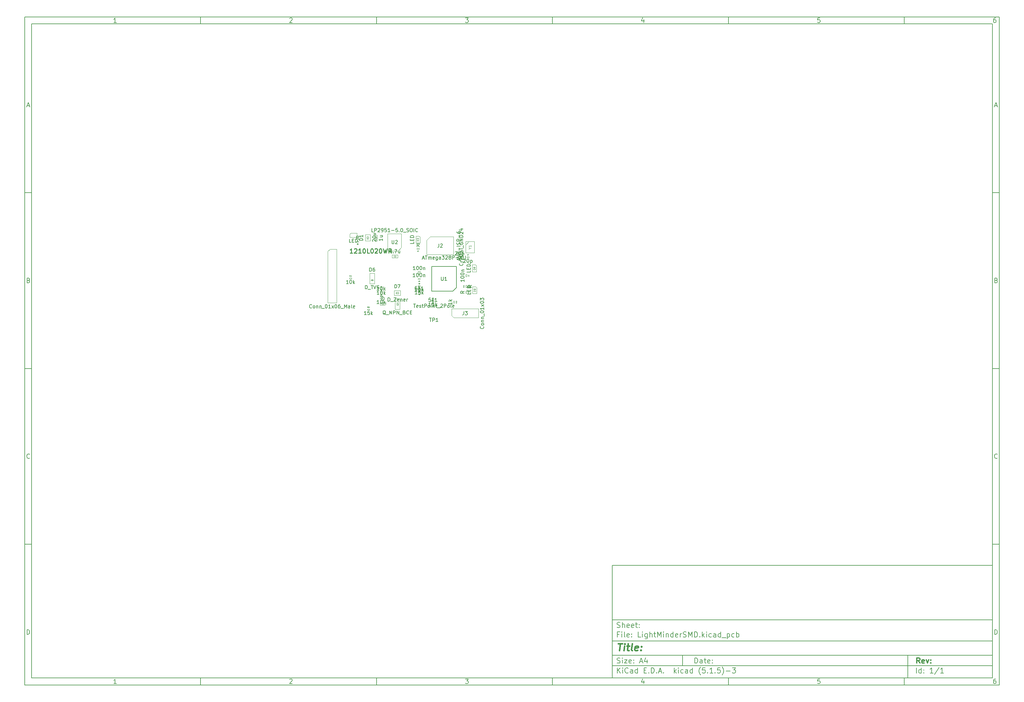
<source format=gbr>
G04 #@! TF.GenerationSoftware,KiCad,Pcbnew,(5.1.5)-3*
G04 #@! TF.CreationDate,2021-06-29T15:52:26+01:00*
G04 #@! TF.ProjectId,LightMinderSMD,4c696768-744d-4696-9e64-6572534d442e,rev?*
G04 #@! TF.SameCoordinates,Original*
G04 #@! TF.FileFunction,Other,Fab,Top*
%FSLAX46Y46*%
G04 Gerber Fmt 4.6, Leading zero omitted, Abs format (unit mm)*
G04 Created by KiCad (PCBNEW (5.1.5)-3) date 2021-06-29 15:52:26*
%MOMM*%
%LPD*%
G04 APERTURE LIST*
%ADD10C,0.100000*%
%ADD11C,0.150000*%
%ADD12C,0.300000*%
%ADD13C,0.400000*%
%ADD14C,0.060000*%
%ADD15C,0.105000*%
%ADD16C,0.040000*%
%ADD17C,0.080000*%
%ADD18C,0.075000*%
%ADD19C,0.254000*%
G04 APERTURE END LIST*
D10*
D11*
X177002200Y-166007200D02*
X177002200Y-198007200D01*
X285002200Y-198007200D01*
X285002200Y-166007200D01*
X177002200Y-166007200D01*
D10*
D11*
X10000000Y-10000000D02*
X10000000Y-200007200D01*
X287002200Y-200007200D01*
X287002200Y-10000000D01*
X10000000Y-10000000D01*
D10*
D11*
X12000000Y-12000000D02*
X12000000Y-198007200D01*
X285002200Y-198007200D01*
X285002200Y-12000000D01*
X12000000Y-12000000D01*
D10*
D11*
X60000000Y-12000000D02*
X60000000Y-10000000D01*
D10*
D11*
X110000000Y-12000000D02*
X110000000Y-10000000D01*
D10*
D11*
X160000000Y-12000000D02*
X160000000Y-10000000D01*
D10*
D11*
X210000000Y-12000000D02*
X210000000Y-10000000D01*
D10*
D11*
X260000000Y-12000000D02*
X260000000Y-10000000D01*
D10*
D11*
X36065476Y-11588095D02*
X35322619Y-11588095D01*
X35694047Y-11588095D02*
X35694047Y-10288095D01*
X35570238Y-10473809D01*
X35446428Y-10597619D01*
X35322619Y-10659523D01*
D10*
D11*
X85322619Y-10411904D02*
X85384523Y-10350000D01*
X85508333Y-10288095D01*
X85817857Y-10288095D01*
X85941666Y-10350000D01*
X86003571Y-10411904D01*
X86065476Y-10535714D01*
X86065476Y-10659523D01*
X86003571Y-10845238D01*
X85260714Y-11588095D01*
X86065476Y-11588095D01*
D10*
D11*
X135260714Y-10288095D02*
X136065476Y-10288095D01*
X135632142Y-10783333D01*
X135817857Y-10783333D01*
X135941666Y-10845238D01*
X136003571Y-10907142D01*
X136065476Y-11030952D01*
X136065476Y-11340476D01*
X136003571Y-11464285D01*
X135941666Y-11526190D01*
X135817857Y-11588095D01*
X135446428Y-11588095D01*
X135322619Y-11526190D01*
X135260714Y-11464285D01*
D10*
D11*
X185941666Y-10721428D02*
X185941666Y-11588095D01*
X185632142Y-10226190D02*
X185322619Y-11154761D01*
X186127380Y-11154761D01*
D10*
D11*
X236003571Y-10288095D02*
X235384523Y-10288095D01*
X235322619Y-10907142D01*
X235384523Y-10845238D01*
X235508333Y-10783333D01*
X235817857Y-10783333D01*
X235941666Y-10845238D01*
X236003571Y-10907142D01*
X236065476Y-11030952D01*
X236065476Y-11340476D01*
X236003571Y-11464285D01*
X235941666Y-11526190D01*
X235817857Y-11588095D01*
X235508333Y-11588095D01*
X235384523Y-11526190D01*
X235322619Y-11464285D01*
D10*
D11*
X285941666Y-10288095D02*
X285694047Y-10288095D01*
X285570238Y-10350000D01*
X285508333Y-10411904D01*
X285384523Y-10597619D01*
X285322619Y-10845238D01*
X285322619Y-11340476D01*
X285384523Y-11464285D01*
X285446428Y-11526190D01*
X285570238Y-11588095D01*
X285817857Y-11588095D01*
X285941666Y-11526190D01*
X286003571Y-11464285D01*
X286065476Y-11340476D01*
X286065476Y-11030952D01*
X286003571Y-10907142D01*
X285941666Y-10845238D01*
X285817857Y-10783333D01*
X285570238Y-10783333D01*
X285446428Y-10845238D01*
X285384523Y-10907142D01*
X285322619Y-11030952D01*
D10*
D11*
X60000000Y-198007200D02*
X60000000Y-200007200D01*
D10*
D11*
X110000000Y-198007200D02*
X110000000Y-200007200D01*
D10*
D11*
X160000000Y-198007200D02*
X160000000Y-200007200D01*
D10*
D11*
X210000000Y-198007200D02*
X210000000Y-200007200D01*
D10*
D11*
X260000000Y-198007200D02*
X260000000Y-200007200D01*
D10*
D11*
X36065476Y-199595295D02*
X35322619Y-199595295D01*
X35694047Y-199595295D02*
X35694047Y-198295295D01*
X35570238Y-198481009D01*
X35446428Y-198604819D01*
X35322619Y-198666723D01*
D10*
D11*
X85322619Y-198419104D02*
X85384523Y-198357200D01*
X85508333Y-198295295D01*
X85817857Y-198295295D01*
X85941666Y-198357200D01*
X86003571Y-198419104D01*
X86065476Y-198542914D01*
X86065476Y-198666723D01*
X86003571Y-198852438D01*
X85260714Y-199595295D01*
X86065476Y-199595295D01*
D10*
D11*
X135260714Y-198295295D02*
X136065476Y-198295295D01*
X135632142Y-198790533D01*
X135817857Y-198790533D01*
X135941666Y-198852438D01*
X136003571Y-198914342D01*
X136065476Y-199038152D01*
X136065476Y-199347676D01*
X136003571Y-199471485D01*
X135941666Y-199533390D01*
X135817857Y-199595295D01*
X135446428Y-199595295D01*
X135322619Y-199533390D01*
X135260714Y-199471485D01*
D10*
D11*
X185941666Y-198728628D02*
X185941666Y-199595295D01*
X185632142Y-198233390D02*
X185322619Y-199161961D01*
X186127380Y-199161961D01*
D10*
D11*
X236003571Y-198295295D02*
X235384523Y-198295295D01*
X235322619Y-198914342D01*
X235384523Y-198852438D01*
X235508333Y-198790533D01*
X235817857Y-198790533D01*
X235941666Y-198852438D01*
X236003571Y-198914342D01*
X236065476Y-199038152D01*
X236065476Y-199347676D01*
X236003571Y-199471485D01*
X235941666Y-199533390D01*
X235817857Y-199595295D01*
X235508333Y-199595295D01*
X235384523Y-199533390D01*
X235322619Y-199471485D01*
D10*
D11*
X285941666Y-198295295D02*
X285694047Y-198295295D01*
X285570238Y-198357200D01*
X285508333Y-198419104D01*
X285384523Y-198604819D01*
X285322619Y-198852438D01*
X285322619Y-199347676D01*
X285384523Y-199471485D01*
X285446428Y-199533390D01*
X285570238Y-199595295D01*
X285817857Y-199595295D01*
X285941666Y-199533390D01*
X286003571Y-199471485D01*
X286065476Y-199347676D01*
X286065476Y-199038152D01*
X286003571Y-198914342D01*
X285941666Y-198852438D01*
X285817857Y-198790533D01*
X285570238Y-198790533D01*
X285446428Y-198852438D01*
X285384523Y-198914342D01*
X285322619Y-199038152D01*
D10*
D11*
X10000000Y-60000000D02*
X12000000Y-60000000D01*
D10*
D11*
X10000000Y-110000000D02*
X12000000Y-110000000D01*
D10*
D11*
X10000000Y-160000000D02*
X12000000Y-160000000D01*
D10*
D11*
X10690476Y-35216666D02*
X11309523Y-35216666D01*
X10566666Y-35588095D02*
X11000000Y-34288095D01*
X11433333Y-35588095D01*
D10*
D11*
X11092857Y-84907142D02*
X11278571Y-84969047D01*
X11340476Y-85030952D01*
X11402380Y-85154761D01*
X11402380Y-85340476D01*
X11340476Y-85464285D01*
X11278571Y-85526190D01*
X11154761Y-85588095D01*
X10659523Y-85588095D01*
X10659523Y-84288095D01*
X11092857Y-84288095D01*
X11216666Y-84350000D01*
X11278571Y-84411904D01*
X11340476Y-84535714D01*
X11340476Y-84659523D01*
X11278571Y-84783333D01*
X11216666Y-84845238D01*
X11092857Y-84907142D01*
X10659523Y-84907142D01*
D10*
D11*
X11402380Y-135464285D02*
X11340476Y-135526190D01*
X11154761Y-135588095D01*
X11030952Y-135588095D01*
X10845238Y-135526190D01*
X10721428Y-135402380D01*
X10659523Y-135278571D01*
X10597619Y-135030952D01*
X10597619Y-134845238D01*
X10659523Y-134597619D01*
X10721428Y-134473809D01*
X10845238Y-134350000D01*
X11030952Y-134288095D01*
X11154761Y-134288095D01*
X11340476Y-134350000D01*
X11402380Y-134411904D01*
D10*
D11*
X10659523Y-185588095D02*
X10659523Y-184288095D01*
X10969047Y-184288095D01*
X11154761Y-184350000D01*
X11278571Y-184473809D01*
X11340476Y-184597619D01*
X11402380Y-184845238D01*
X11402380Y-185030952D01*
X11340476Y-185278571D01*
X11278571Y-185402380D01*
X11154761Y-185526190D01*
X10969047Y-185588095D01*
X10659523Y-185588095D01*
D10*
D11*
X287002200Y-60000000D02*
X285002200Y-60000000D01*
D10*
D11*
X287002200Y-110000000D02*
X285002200Y-110000000D01*
D10*
D11*
X287002200Y-160000000D02*
X285002200Y-160000000D01*
D10*
D11*
X285692676Y-35216666D02*
X286311723Y-35216666D01*
X285568866Y-35588095D02*
X286002200Y-34288095D01*
X286435533Y-35588095D01*
D10*
D11*
X286095057Y-84907142D02*
X286280771Y-84969047D01*
X286342676Y-85030952D01*
X286404580Y-85154761D01*
X286404580Y-85340476D01*
X286342676Y-85464285D01*
X286280771Y-85526190D01*
X286156961Y-85588095D01*
X285661723Y-85588095D01*
X285661723Y-84288095D01*
X286095057Y-84288095D01*
X286218866Y-84350000D01*
X286280771Y-84411904D01*
X286342676Y-84535714D01*
X286342676Y-84659523D01*
X286280771Y-84783333D01*
X286218866Y-84845238D01*
X286095057Y-84907142D01*
X285661723Y-84907142D01*
D10*
D11*
X286404580Y-135464285D02*
X286342676Y-135526190D01*
X286156961Y-135588095D01*
X286033152Y-135588095D01*
X285847438Y-135526190D01*
X285723628Y-135402380D01*
X285661723Y-135278571D01*
X285599819Y-135030952D01*
X285599819Y-134845238D01*
X285661723Y-134597619D01*
X285723628Y-134473809D01*
X285847438Y-134350000D01*
X286033152Y-134288095D01*
X286156961Y-134288095D01*
X286342676Y-134350000D01*
X286404580Y-134411904D01*
D10*
D11*
X285661723Y-185588095D02*
X285661723Y-184288095D01*
X285971247Y-184288095D01*
X286156961Y-184350000D01*
X286280771Y-184473809D01*
X286342676Y-184597619D01*
X286404580Y-184845238D01*
X286404580Y-185030952D01*
X286342676Y-185278571D01*
X286280771Y-185402380D01*
X286156961Y-185526190D01*
X285971247Y-185588095D01*
X285661723Y-185588095D01*
D10*
D11*
X200434342Y-193785771D02*
X200434342Y-192285771D01*
X200791485Y-192285771D01*
X201005771Y-192357200D01*
X201148628Y-192500057D01*
X201220057Y-192642914D01*
X201291485Y-192928628D01*
X201291485Y-193142914D01*
X201220057Y-193428628D01*
X201148628Y-193571485D01*
X201005771Y-193714342D01*
X200791485Y-193785771D01*
X200434342Y-193785771D01*
X202577200Y-193785771D02*
X202577200Y-193000057D01*
X202505771Y-192857200D01*
X202362914Y-192785771D01*
X202077200Y-192785771D01*
X201934342Y-192857200D01*
X202577200Y-193714342D02*
X202434342Y-193785771D01*
X202077200Y-193785771D01*
X201934342Y-193714342D01*
X201862914Y-193571485D01*
X201862914Y-193428628D01*
X201934342Y-193285771D01*
X202077200Y-193214342D01*
X202434342Y-193214342D01*
X202577200Y-193142914D01*
X203077200Y-192785771D02*
X203648628Y-192785771D01*
X203291485Y-192285771D02*
X203291485Y-193571485D01*
X203362914Y-193714342D01*
X203505771Y-193785771D01*
X203648628Y-193785771D01*
X204720057Y-193714342D02*
X204577200Y-193785771D01*
X204291485Y-193785771D01*
X204148628Y-193714342D01*
X204077200Y-193571485D01*
X204077200Y-193000057D01*
X204148628Y-192857200D01*
X204291485Y-192785771D01*
X204577200Y-192785771D01*
X204720057Y-192857200D01*
X204791485Y-193000057D01*
X204791485Y-193142914D01*
X204077200Y-193285771D01*
X205434342Y-193642914D02*
X205505771Y-193714342D01*
X205434342Y-193785771D01*
X205362914Y-193714342D01*
X205434342Y-193642914D01*
X205434342Y-193785771D01*
X205434342Y-192857200D02*
X205505771Y-192928628D01*
X205434342Y-193000057D01*
X205362914Y-192928628D01*
X205434342Y-192857200D01*
X205434342Y-193000057D01*
D10*
D11*
X177002200Y-194507200D02*
X285002200Y-194507200D01*
D10*
D11*
X178434342Y-196585771D02*
X178434342Y-195085771D01*
X179291485Y-196585771D02*
X178648628Y-195728628D01*
X179291485Y-195085771D02*
X178434342Y-195942914D01*
X179934342Y-196585771D02*
X179934342Y-195585771D01*
X179934342Y-195085771D02*
X179862914Y-195157200D01*
X179934342Y-195228628D01*
X180005771Y-195157200D01*
X179934342Y-195085771D01*
X179934342Y-195228628D01*
X181505771Y-196442914D02*
X181434342Y-196514342D01*
X181220057Y-196585771D01*
X181077200Y-196585771D01*
X180862914Y-196514342D01*
X180720057Y-196371485D01*
X180648628Y-196228628D01*
X180577200Y-195942914D01*
X180577200Y-195728628D01*
X180648628Y-195442914D01*
X180720057Y-195300057D01*
X180862914Y-195157200D01*
X181077200Y-195085771D01*
X181220057Y-195085771D01*
X181434342Y-195157200D01*
X181505771Y-195228628D01*
X182791485Y-196585771D02*
X182791485Y-195800057D01*
X182720057Y-195657200D01*
X182577200Y-195585771D01*
X182291485Y-195585771D01*
X182148628Y-195657200D01*
X182791485Y-196514342D02*
X182648628Y-196585771D01*
X182291485Y-196585771D01*
X182148628Y-196514342D01*
X182077200Y-196371485D01*
X182077200Y-196228628D01*
X182148628Y-196085771D01*
X182291485Y-196014342D01*
X182648628Y-196014342D01*
X182791485Y-195942914D01*
X184148628Y-196585771D02*
X184148628Y-195085771D01*
X184148628Y-196514342D02*
X184005771Y-196585771D01*
X183720057Y-196585771D01*
X183577200Y-196514342D01*
X183505771Y-196442914D01*
X183434342Y-196300057D01*
X183434342Y-195871485D01*
X183505771Y-195728628D01*
X183577200Y-195657200D01*
X183720057Y-195585771D01*
X184005771Y-195585771D01*
X184148628Y-195657200D01*
X186005771Y-195800057D02*
X186505771Y-195800057D01*
X186720057Y-196585771D02*
X186005771Y-196585771D01*
X186005771Y-195085771D01*
X186720057Y-195085771D01*
X187362914Y-196442914D02*
X187434342Y-196514342D01*
X187362914Y-196585771D01*
X187291485Y-196514342D01*
X187362914Y-196442914D01*
X187362914Y-196585771D01*
X188077200Y-196585771D02*
X188077200Y-195085771D01*
X188434342Y-195085771D01*
X188648628Y-195157200D01*
X188791485Y-195300057D01*
X188862914Y-195442914D01*
X188934342Y-195728628D01*
X188934342Y-195942914D01*
X188862914Y-196228628D01*
X188791485Y-196371485D01*
X188648628Y-196514342D01*
X188434342Y-196585771D01*
X188077200Y-196585771D01*
X189577200Y-196442914D02*
X189648628Y-196514342D01*
X189577200Y-196585771D01*
X189505771Y-196514342D01*
X189577200Y-196442914D01*
X189577200Y-196585771D01*
X190220057Y-196157200D02*
X190934342Y-196157200D01*
X190077200Y-196585771D02*
X190577200Y-195085771D01*
X191077200Y-196585771D01*
X191577200Y-196442914D02*
X191648628Y-196514342D01*
X191577200Y-196585771D01*
X191505771Y-196514342D01*
X191577200Y-196442914D01*
X191577200Y-196585771D01*
X194577200Y-196585771D02*
X194577200Y-195085771D01*
X194720057Y-196014342D02*
X195148628Y-196585771D01*
X195148628Y-195585771D02*
X194577200Y-196157200D01*
X195791485Y-196585771D02*
X195791485Y-195585771D01*
X195791485Y-195085771D02*
X195720057Y-195157200D01*
X195791485Y-195228628D01*
X195862914Y-195157200D01*
X195791485Y-195085771D01*
X195791485Y-195228628D01*
X197148628Y-196514342D02*
X197005771Y-196585771D01*
X196720057Y-196585771D01*
X196577200Y-196514342D01*
X196505771Y-196442914D01*
X196434342Y-196300057D01*
X196434342Y-195871485D01*
X196505771Y-195728628D01*
X196577200Y-195657200D01*
X196720057Y-195585771D01*
X197005771Y-195585771D01*
X197148628Y-195657200D01*
X198434342Y-196585771D02*
X198434342Y-195800057D01*
X198362914Y-195657200D01*
X198220057Y-195585771D01*
X197934342Y-195585771D01*
X197791485Y-195657200D01*
X198434342Y-196514342D02*
X198291485Y-196585771D01*
X197934342Y-196585771D01*
X197791485Y-196514342D01*
X197720057Y-196371485D01*
X197720057Y-196228628D01*
X197791485Y-196085771D01*
X197934342Y-196014342D01*
X198291485Y-196014342D01*
X198434342Y-195942914D01*
X199791485Y-196585771D02*
X199791485Y-195085771D01*
X199791485Y-196514342D02*
X199648628Y-196585771D01*
X199362914Y-196585771D01*
X199220057Y-196514342D01*
X199148628Y-196442914D01*
X199077200Y-196300057D01*
X199077200Y-195871485D01*
X199148628Y-195728628D01*
X199220057Y-195657200D01*
X199362914Y-195585771D01*
X199648628Y-195585771D01*
X199791485Y-195657200D01*
X202077200Y-197157200D02*
X202005771Y-197085771D01*
X201862914Y-196871485D01*
X201791485Y-196728628D01*
X201720057Y-196514342D01*
X201648628Y-196157200D01*
X201648628Y-195871485D01*
X201720057Y-195514342D01*
X201791485Y-195300057D01*
X201862914Y-195157200D01*
X202005771Y-194942914D01*
X202077200Y-194871485D01*
X203362914Y-195085771D02*
X202648628Y-195085771D01*
X202577200Y-195800057D01*
X202648628Y-195728628D01*
X202791485Y-195657200D01*
X203148628Y-195657200D01*
X203291485Y-195728628D01*
X203362914Y-195800057D01*
X203434342Y-195942914D01*
X203434342Y-196300057D01*
X203362914Y-196442914D01*
X203291485Y-196514342D01*
X203148628Y-196585771D01*
X202791485Y-196585771D01*
X202648628Y-196514342D01*
X202577200Y-196442914D01*
X204077200Y-196442914D02*
X204148628Y-196514342D01*
X204077200Y-196585771D01*
X204005771Y-196514342D01*
X204077200Y-196442914D01*
X204077200Y-196585771D01*
X205577200Y-196585771D02*
X204720057Y-196585771D01*
X205148628Y-196585771D02*
X205148628Y-195085771D01*
X205005771Y-195300057D01*
X204862914Y-195442914D01*
X204720057Y-195514342D01*
X206220057Y-196442914D02*
X206291485Y-196514342D01*
X206220057Y-196585771D01*
X206148628Y-196514342D01*
X206220057Y-196442914D01*
X206220057Y-196585771D01*
X207648628Y-195085771D02*
X206934342Y-195085771D01*
X206862914Y-195800057D01*
X206934342Y-195728628D01*
X207077200Y-195657200D01*
X207434342Y-195657200D01*
X207577200Y-195728628D01*
X207648628Y-195800057D01*
X207720057Y-195942914D01*
X207720057Y-196300057D01*
X207648628Y-196442914D01*
X207577200Y-196514342D01*
X207434342Y-196585771D01*
X207077200Y-196585771D01*
X206934342Y-196514342D01*
X206862914Y-196442914D01*
X208220057Y-197157200D02*
X208291485Y-197085771D01*
X208434342Y-196871485D01*
X208505771Y-196728628D01*
X208577200Y-196514342D01*
X208648628Y-196157200D01*
X208648628Y-195871485D01*
X208577200Y-195514342D01*
X208505771Y-195300057D01*
X208434342Y-195157200D01*
X208291485Y-194942914D01*
X208220057Y-194871485D01*
X209362914Y-196014342D02*
X210505771Y-196014342D01*
X211077200Y-195085771D02*
X212005771Y-195085771D01*
X211505771Y-195657200D01*
X211720057Y-195657200D01*
X211862914Y-195728628D01*
X211934342Y-195800057D01*
X212005771Y-195942914D01*
X212005771Y-196300057D01*
X211934342Y-196442914D01*
X211862914Y-196514342D01*
X211720057Y-196585771D01*
X211291485Y-196585771D01*
X211148628Y-196514342D01*
X211077200Y-196442914D01*
D10*
D11*
X177002200Y-191507200D02*
X285002200Y-191507200D01*
D10*
D12*
X264411485Y-193785771D02*
X263911485Y-193071485D01*
X263554342Y-193785771D02*
X263554342Y-192285771D01*
X264125771Y-192285771D01*
X264268628Y-192357200D01*
X264340057Y-192428628D01*
X264411485Y-192571485D01*
X264411485Y-192785771D01*
X264340057Y-192928628D01*
X264268628Y-193000057D01*
X264125771Y-193071485D01*
X263554342Y-193071485D01*
X265625771Y-193714342D02*
X265482914Y-193785771D01*
X265197200Y-193785771D01*
X265054342Y-193714342D01*
X264982914Y-193571485D01*
X264982914Y-193000057D01*
X265054342Y-192857200D01*
X265197200Y-192785771D01*
X265482914Y-192785771D01*
X265625771Y-192857200D01*
X265697200Y-193000057D01*
X265697200Y-193142914D01*
X264982914Y-193285771D01*
X266197200Y-192785771D02*
X266554342Y-193785771D01*
X266911485Y-192785771D01*
X267482914Y-193642914D02*
X267554342Y-193714342D01*
X267482914Y-193785771D01*
X267411485Y-193714342D01*
X267482914Y-193642914D01*
X267482914Y-193785771D01*
X267482914Y-192857200D02*
X267554342Y-192928628D01*
X267482914Y-193000057D01*
X267411485Y-192928628D01*
X267482914Y-192857200D01*
X267482914Y-193000057D01*
D10*
D11*
X178362914Y-193714342D02*
X178577200Y-193785771D01*
X178934342Y-193785771D01*
X179077200Y-193714342D01*
X179148628Y-193642914D01*
X179220057Y-193500057D01*
X179220057Y-193357200D01*
X179148628Y-193214342D01*
X179077200Y-193142914D01*
X178934342Y-193071485D01*
X178648628Y-193000057D01*
X178505771Y-192928628D01*
X178434342Y-192857200D01*
X178362914Y-192714342D01*
X178362914Y-192571485D01*
X178434342Y-192428628D01*
X178505771Y-192357200D01*
X178648628Y-192285771D01*
X179005771Y-192285771D01*
X179220057Y-192357200D01*
X179862914Y-193785771D02*
X179862914Y-192785771D01*
X179862914Y-192285771D02*
X179791485Y-192357200D01*
X179862914Y-192428628D01*
X179934342Y-192357200D01*
X179862914Y-192285771D01*
X179862914Y-192428628D01*
X180434342Y-192785771D02*
X181220057Y-192785771D01*
X180434342Y-193785771D01*
X181220057Y-193785771D01*
X182362914Y-193714342D02*
X182220057Y-193785771D01*
X181934342Y-193785771D01*
X181791485Y-193714342D01*
X181720057Y-193571485D01*
X181720057Y-193000057D01*
X181791485Y-192857200D01*
X181934342Y-192785771D01*
X182220057Y-192785771D01*
X182362914Y-192857200D01*
X182434342Y-193000057D01*
X182434342Y-193142914D01*
X181720057Y-193285771D01*
X183077200Y-193642914D02*
X183148628Y-193714342D01*
X183077200Y-193785771D01*
X183005771Y-193714342D01*
X183077200Y-193642914D01*
X183077200Y-193785771D01*
X183077200Y-192857200D02*
X183148628Y-192928628D01*
X183077200Y-193000057D01*
X183005771Y-192928628D01*
X183077200Y-192857200D01*
X183077200Y-193000057D01*
X184862914Y-193357200D02*
X185577200Y-193357200D01*
X184720057Y-193785771D02*
X185220057Y-192285771D01*
X185720057Y-193785771D01*
X186862914Y-192785771D02*
X186862914Y-193785771D01*
X186505771Y-192214342D02*
X186148628Y-193285771D01*
X187077200Y-193285771D01*
D10*
D11*
X263434342Y-196585771D02*
X263434342Y-195085771D01*
X264791485Y-196585771D02*
X264791485Y-195085771D01*
X264791485Y-196514342D02*
X264648628Y-196585771D01*
X264362914Y-196585771D01*
X264220057Y-196514342D01*
X264148628Y-196442914D01*
X264077200Y-196300057D01*
X264077200Y-195871485D01*
X264148628Y-195728628D01*
X264220057Y-195657200D01*
X264362914Y-195585771D01*
X264648628Y-195585771D01*
X264791485Y-195657200D01*
X265505771Y-196442914D02*
X265577200Y-196514342D01*
X265505771Y-196585771D01*
X265434342Y-196514342D01*
X265505771Y-196442914D01*
X265505771Y-196585771D01*
X265505771Y-195657200D02*
X265577200Y-195728628D01*
X265505771Y-195800057D01*
X265434342Y-195728628D01*
X265505771Y-195657200D01*
X265505771Y-195800057D01*
X268148628Y-196585771D02*
X267291485Y-196585771D01*
X267720057Y-196585771D02*
X267720057Y-195085771D01*
X267577200Y-195300057D01*
X267434342Y-195442914D01*
X267291485Y-195514342D01*
X269862914Y-195014342D02*
X268577200Y-196942914D01*
X271148628Y-196585771D02*
X270291485Y-196585771D01*
X270720057Y-196585771D02*
X270720057Y-195085771D01*
X270577200Y-195300057D01*
X270434342Y-195442914D01*
X270291485Y-195514342D01*
D10*
D11*
X177002200Y-187507200D02*
X285002200Y-187507200D01*
D10*
D13*
X178714580Y-188211961D02*
X179857438Y-188211961D01*
X179036009Y-190211961D02*
X179286009Y-188211961D01*
X180274104Y-190211961D02*
X180440771Y-188878628D01*
X180524104Y-188211961D02*
X180416961Y-188307200D01*
X180500295Y-188402438D01*
X180607438Y-188307200D01*
X180524104Y-188211961D01*
X180500295Y-188402438D01*
X181107438Y-188878628D02*
X181869342Y-188878628D01*
X181476485Y-188211961D02*
X181262200Y-189926247D01*
X181333628Y-190116723D01*
X181512200Y-190211961D01*
X181702676Y-190211961D01*
X182655057Y-190211961D02*
X182476485Y-190116723D01*
X182405057Y-189926247D01*
X182619342Y-188211961D01*
X184190771Y-190116723D02*
X183988390Y-190211961D01*
X183607438Y-190211961D01*
X183428866Y-190116723D01*
X183357438Y-189926247D01*
X183452676Y-189164342D01*
X183571723Y-188973866D01*
X183774104Y-188878628D01*
X184155057Y-188878628D01*
X184333628Y-188973866D01*
X184405057Y-189164342D01*
X184381247Y-189354819D01*
X183405057Y-189545295D01*
X185155057Y-190021485D02*
X185238390Y-190116723D01*
X185131247Y-190211961D01*
X185047914Y-190116723D01*
X185155057Y-190021485D01*
X185131247Y-190211961D01*
X185286009Y-188973866D02*
X185369342Y-189069104D01*
X185262200Y-189164342D01*
X185178866Y-189069104D01*
X185286009Y-188973866D01*
X185262200Y-189164342D01*
D10*
D11*
X178934342Y-185600057D02*
X178434342Y-185600057D01*
X178434342Y-186385771D02*
X178434342Y-184885771D01*
X179148628Y-184885771D01*
X179720057Y-186385771D02*
X179720057Y-185385771D01*
X179720057Y-184885771D02*
X179648628Y-184957200D01*
X179720057Y-185028628D01*
X179791485Y-184957200D01*
X179720057Y-184885771D01*
X179720057Y-185028628D01*
X180648628Y-186385771D02*
X180505771Y-186314342D01*
X180434342Y-186171485D01*
X180434342Y-184885771D01*
X181791485Y-186314342D02*
X181648628Y-186385771D01*
X181362914Y-186385771D01*
X181220057Y-186314342D01*
X181148628Y-186171485D01*
X181148628Y-185600057D01*
X181220057Y-185457200D01*
X181362914Y-185385771D01*
X181648628Y-185385771D01*
X181791485Y-185457200D01*
X181862914Y-185600057D01*
X181862914Y-185742914D01*
X181148628Y-185885771D01*
X182505771Y-186242914D02*
X182577200Y-186314342D01*
X182505771Y-186385771D01*
X182434342Y-186314342D01*
X182505771Y-186242914D01*
X182505771Y-186385771D01*
X182505771Y-185457200D02*
X182577200Y-185528628D01*
X182505771Y-185600057D01*
X182434342Y-185528628D01*
X182505771Y-185457200D01*
X182505771Y-185600057D01*
X185077200Y-186385771D02*
X184362914Y-186385771D01*
X184362914Y-184885771D01*
X185577200Y-186385771D02*
X185577200Y-185385771D01*
X185577200Y-184885771D02*
X185505771Y-184957200D01*
X185577200Y-185028628D01*
X185648628Y-184957200D01*
X185577200Y-184885771D01*
X185577200Y-185028628D01*
X186934342Y-185385771D02*
X186934342Y-186600057D01*
X186862914Y-186742914D01*
X186791485Y-186814342D01*
X186648628Y-186885771D01*
X186434342Y-186885771D01*
X186291485Y-186814342D01*
X186934342Y-186314342D02*
X186791485Y-186385771D01*
X186505771Y-186385771D01*
X186362914Y-186314342D01*
X186291485Y-186242914D01*
X186220057Y-186100057D01*
X186220057Y-185671485D01*
X186291485Y-185528628D01*
X186362914Y-185457200D01*
X186505771Y-185385771D01*
X186791485Y-185385771D01*
X186934342Y-185457200D01*
X187648628Y-186385771D02*
X187648628Y-184885771D01*
X188291485Y-186385771D02*
X188291485Y-185600057D01*
X188220057Y-185457200D01*
X188077200Y-185385771D01*
X187862914Y-185385771D01*
X187720057Y-185457200D01*
X187648628Y-185528628D01*
X188791485Y-185385771D02*
X189362914Y-185385771D01*
X189005771Y-184885771D02*
X189005771Y-186171485D01*
X189077200Y-186314342D01*
X189220057Y-186385771D01*
X189362914Y-186385771D01*
X189862914Y-186385771D02*
X189862914Y-184885771D01*
X190362914Y-185957200D01*
X190862914Y-184885771D01*
X190862914Y-186385771D01*
X191577200Y-186385771D02*
X191577200Y-185385771D01*
X191577200Y-184885771D02*
X191505771Y-184957200D01*
X191577200Y-185028628D01*
X191648628Y-184957200D01*
X191577200Y-184885771D01*
X191577200Y-185028628D01*
X192291485Y-185385771D02*
X192291485Y-186385771D01*
X192291485Y-185528628D02*
X192362914Y-185457200D01*
X192505771Y-185385771D01*
X192720057Y-185385771D01*
X192862914Y-185457200D01*
X192934342Y-185600057D01*
X192934342Y-186385771D01*
X194291485Y-186385771D02*
X194291485Y-184885771D01*
X194291485Y-186314342D02*
X194148628Y-186385771D01*
X193862914Y-186385771D01*
X193720057Y-186314342D01*
X193648628Y-186242914D01*
X193577200Y-186100057D01*
X193577200Y-185671485D01*
X193648628Y-185528628D01*
X193720057Y-185457200D01*
X193862914Y-185385771D01*
X194148628Y-185385771D01*
X194291485Y-185457200D01*
X195577200Y-186314342D02*
X195434342Y-186385771D01*
X195148628Y-186385771D01*
X195005771Y-186314342D01*
X194934342Y-186171485D01*
X194934342Y-185600057D01*
X195005771Y-185457200D01*
X195148628Y-185385771D01*
X195434342Y-185385771D01*
X195577200Y-185457200D01*
X195648628Y-185600057D01*
X195648628Y-185742914D01*
X194934342Y-185885771D01*
X196291485Y-186385771D02*
X196291485Y-185385771D01*
X196291485Y-185671485D02*
X196362914Y-185528628D01*
X196434342Y-185457200D01*
X196577200Y-185385771D01*
X196720057Y-185385771D01*
X197148628Y-186314342D02*
X197362914Y-186385771D01*
X197720057Y-186385771D01*
X197862914Y-186314342D01*
X197934342Y-186242914D01*
X198005771Y-186100057D01*
X198005771Y-185957200D01*
X197934342Y-185814342D01*
X197862914Y-185742914D01*
X197720057Y-185671485D01*
X197434342Y-185600057D01*
X197291485Y-185528628D01*
X197220057Y-185457200D01*
X197148628Y-185314342D01*
X197148628Y-185171485D01*
X197220057Y-185028628D01*
X197291485Y-184957200D01*
X197434342Y-184885771D01*
X197791485Y-184885771D01*
X198005771Y-184957200D01*
X198648628Y-186385771D02*
X198648628Y-184885771D01*
X199148628Y-185957200D01*
X199648628Y-184885771D01*
X199648628Y-186385771D01*
X200362914Y-186385771D02*
X200362914Y-184885771D01*
X200720057Y-184885771D01*
X200934342Y-184957200D01*
X201077200Y-185100057D01*
X201148628Y-185242914D01*
X201220057Y-185528628D01*
X201220057Y-185742914D01*
X201148628Y-186028628D01*
X201077200Y-186171485D01*
X200934342Y-186314342D01*
X200720057Y-186385771D01*
X200362914Y-186385771D01*
X201862914Y-186242914D02*
X201934342Y-186314342D01*
X201862914Y-186385771D01*
X201791485Y-186314342D01*
X201862914Y-186242914D01*
X201862914Y-186385771D01*
X202577200Y-186385771D02*
X202577200Y-184885771D01*
X202720057Y-185814342D02*
X203148628Y-186385771D01*
X203148628Y-185385771D02*
X202577200Y-185957200D01*
X203791485Y-186385771D02*
X203791485Y-185385771D01*
X203791485Y-184885771D02*
X203720057Y-184957200D01*
X203791485Y-185028628D01*
X203862914Y-184957200D01*
X203791485Y-184885771D01*
X203791485Y-185028628D01*
X205148628Y-186314342D02*
X205005771Y-186385771D01*
X204720057Y-186385771D01*
X204577200Y-186314342D01*
X204505771Y-186242914D01*
X204434342Y-186100057D01*
X204434342Y-185671485D01*
X204505771Y-185528628D01*
X204577200Y-185457200D01*
X204720057Y-185385771D01*
X205005771Y-185385771D01*
X205148628Y-185457200D01*
X206434342Y-186385771D02*
X206434342Y-185600057D01*
X206362914Y-185457200D01*
X206220057Y-185385771D01*
X205934342Y-185385771D01*
X205791485Y-185457200D01*
X206434342Y-186314342D02*
X206291485Y-186385771D01*
X205934342Y-186385771D01*
X205791485Y-186314342D01*
X205720057Y-186171485D01*
X205720057Y-186028628D01*
X205791485Y-185885771D01*
X205934342Y-185814342D01*
X206291485Y-185814342D01*
X206434342Y-185742914D01*
X207791485Y-186385771D02*
X207791485Y-184885771D01*
X207791485Y-186314342D02*
X207648628Y-186385771D01*
X207362914Y-186385771D01*
X207220057Y-186314342D01*
X207148628Y-186242914D01*
X207077200Y-186100057D01*
X207077200Y-185671485D01*
X207148628Y-185528628D01*
X207220057Y-185457200D01*
X207362914Y-185385771D01*
X207648628Y-185385771D01*
X207791485Y-185457200D01*
X208148628Y-186528628D02*
X209291485Y-186528628D01*
X209648628Y-185385771D02*
X209648628Y-186885771D01*
X209648628Y-185457200D02*
X209791485Y-185385771D01*
X210077200Y-185385771D01*
X210220057Y-185457200D01*
X210291485Y-185528628D01*
X210362914Y-185671485D01*
X210362914Y-186100057D01*
X210291485Y-186242914D01*
X210220057Y-186314342D01*
X210077200Y-186385771D01*
X209791485Y-186385771D01*
X209648628Y-186314342D01*
X211648628Y-186314342D02*
X211505771Y-186385771D01*
X211220057Y-186385771D01*
X211077200Y-186314342D01*
X211005771Y-186242914D01*
X210934342Y-186100057D01*
X210934342Y-185671485D01*
X211005771Y-185528628D01*
X211077200Y-185457200D01*
X211220057Y-185385771D01*
X211505771Y-185385771D01*
X211648628Y-185457200D01*
X212291485Y-186385771D02*
X212291485Y-184885771D01*
X212291485Y-185457200D02*
X212434342Y-185385771D01*
X212720057Y-185385771D01*
X212862914Y-185457200D01*
X212934342Y-185528628D01*
X213005771Y-185671485D01*
X213005771Y-186100057D01*
X212934342Y-186242914D01*
X212862914Y-186314342D01*
X212720057Y-186385771D01*
X212434342Y-186385771D01*
X212291485Y-186314342D01*
D10*
D11*
X177002200Y-181507200D02*
X285002200Y-181507200D01*
D10*
D11*
X178362914Y-183614342D02*
X178577200Y-183685771D01*
X178934342Y-183685771D01*
X179077200Y-183614342D01*
X179148628Y-183542914D01*
X179220057Y-183400057D01*
X179220057Y-183257200D01*
X179148628Y-183114342D01*
X179077200Y-183042914D01*
X178934342Y-182971485D01*
X178648628Y-182900057D01*
X178505771Y-182828628D01*
X178434342Y-182757200D01*
X178362914Y-182614342D01*
X178362914Y-182471485D01*
X178434342Y-182328628D01*
X178505771Y-182257200D01*
X178648628Y-182185771D01*
X179005771Y-182185771D01*
X179220057Y-182257200D01*
X179862914Y-183685771D02*
X179862914Y-182185771D01*
X180505771Y-183685771D02*
X180505771Y-182900057D01*
X180434342Y-182757200D01*
X180291485Y-182685771D01*
X180077200Y-182685771D01*
X179934342Y-182757200D01*
X179862914Y-182828628D01*
X181791485Y-183614342D02*
X181648628Y-183685771D01*
X181362914Y-183685771D01*
X181220057Y-183614342D01*
X181148628Y-183471485D01*
X181148628Y-182900057D01*
X181220057Y-182757200D01*
X181362914Y-182685771D01*
X181648628Y-182685771D01*
X181791485Y-182757200D01*
X181862914Y-182900057D01*
X181862914Y-183042914D01*
X181148628Y-183185771D01*
X183077200Y-183614342D02*
X182934342Y-183685771D01*
X182648628Y-183685771D01*
X182505771Y-183614342D01*
X182434342Y-183471485D01*
X182434342Y-182900057D01*
X182505771Y-182757200D01*
X182648628Y-182685771D01*
X182934342Y-182685771D01*
X183077200Y-182757200D01*
X183148628Y-182900057D01*
X183148628Y-183042914D01*
X182434342Y-183185771D01*
X183577200Y-182685771D02*
X184148628Y-182685771D01*
X183791485Y-182185771D02*
X183791485Y-183471485D01*
X183862914Y-183614342D01*
X184005771Y-183685771D01*
X184148628Y-183685771D01*
X184648628Y-183542914D02*
X184720057Y-183614342D01*
X184648628Y-183685771D01*
X184577200Y-183614342D01*
X184648628Y-183542914D01*
X184648628Y-183685771D01*
X184648628Y-182757200D02*
X184720057Y-182828628D01*
X184648628Y-182900057D01*
X184577200Y-182828628D01*
X184648628Y-182757200D01*
X184648628Y-182900057D01*
D10*
D11*
X197002200Y-191507200D02*
X197002200Y-194507200D01*
D10*
D11*
X261002200Y-191507200D02*
X261002200Y-198007200D01*
D10*
X114412500Y-77700000D02*
X116012500Y-77700000D01*
X114412500Y-78500000D02*
X114412500Y-77700000D01*
X116012500Y-78500000D02*
X114412500Y-78500000D01*
X116012500Y-77700000D02*
X116012500Y-78500000D01*
X110200000Y-72087500D02*
X110200000Y-73687500D01*
X109400000Y-72087500D02*
X110200000Y-72087500D01*
X109400000Y-73687500D02*
X109400000Y-72087500D01*
X110200000Y-73687500D02*
X109400000Y-73687500D01*
X136300000Y-73850000D02*
X135300000Y-74850000D01*
X137800000Y-77050000D02*
X137800000Y-73850000D01*
X135300000Y-77050000D02*
X137800000Y-77050000D01*
X135300000Y-73850000D02*
X135300000Y-77050000D01*
X137800000Y-73850000D02*
X135300000Y-73850000D01*
X136250000Y-78500000D02*
X135650000Y-78500000D01*
X136250000Y-78200000D02*
X136250000Y-78500000D01*
X135650000Y-78200000D02*
X136250000Y-78200000D01*
X135650000Y-78500000D02*
X135650000Y-78200000D01*
X133270000Y-78200000D02*
X133870000Y-78200000D01*
X133270000Y-78500000D02*
X133270000Y-78200000D01*
X133870000Y-78500000D02*
X133270000Y-78500000D01*
X133870000Y-78200000D02*
X133870000Y-78500000D01*
X121770000Y-84350000D02*
X122370000Y-84350000D01*
X121770000Y-84650000D02*
X121770000Y-84350000D01*
X122370000Y-84650000D02*
X121770000Y-84650000D01*
X122370000Y-84350000D02*
X122370000Y-84650000D01*
X131965000Y-95570000D02*
X131330000Y-94935000D01*
X138950000Y-95570000D02*
X131965000Y-95570000D01*
X138950000Y-93030000D02*
X138950000Y-95570000D01*
X131330000Y-93030000D02*
X138950000Y-93030000D01*
X131330000Y-94935000D02*
X131330000Y-93030000D01*
X135350000Y-88600000D02*
X135350000Y-88000000D01*
X135650000Y-88600000D02*
X135350000Y-88600000D01*
X135650000Y-88000000D02*
X135650000Y-88600000D01*
X135350000Y-88000000D02*
X135650000Y-88000000D01*
X135650000Y-86300000D02*
X135650000Y-86900000D01*
X135350000Y-86300000D02*
X135650000Y-86300000D01*
X135350000Y-86900000D02*
X135350000Y-86300000D01*
X135650000Y-86900000D02*
X135350000Y-86900000D01*
X137300000Y-88700000D02*
X138500000Y-88700000D01*
X137300000Y-86700000D02*
X137300000Y-88700000D01*
X138200000Y-86700000D02*
X137300000Y-86700000D01*
X138500000Y-87000000D02*
X138200000Y-86700000D01*
X138500000Y-88700000D02*
X138500000Y-87000000D01*
X137200000Y-82500000D02*
X138400000Y-82500000D01*
X137200000Y-80500000D02*
X137200000Y-82500000D01*
X138100000Y-80500000D02*
X137200000Y-80500000D01*
X138400000Y-80800000D02*
X138100000Y-80500000D01*
X138400000Y-82500000D02*
X138400000Y-80800000D01*
X115250000Y-93120000D02*
X116650000Y-93120000D01*
X116650000Y-90080000D02*
X116650000Y-93120000D01*
X115250000Y-90650000D02*
X115800000Y-90080000D01*
X115800000Y-90080000D02*
X116650000Y-90080000D01*
X115250000Y-90650000D02*
X115250000Y-93100000D01*
X115000000Y-87800000D02*
X116800000Y-87800000D01*
X116800000Y-87800000D02*
X116800000Y-89200000D01*
X116800000Y-89200000D02*
X115000000Y-89200000D01*
X115000000Y-89200000D02*
X115000000Y-87800000D01*
X115600000Y-88150000D02*
X115600000Y-88850000D01*
X115600000Y-88500000D02*
X115400000Y-88500000D01*
X115600000Y-88500000D02*
X116100000Y-88150000D01*
X116100000Y-88150000D02*
X116100000Y-88850000D01*
X116100000Y-88850000D02*
X115600000Y-88500000D01*
X116100000Y-88500000D02*
X116350000Y-88500000D01*
X108050000Y-82880000D02*
X108050000Y-85920000D01*
X108050000Y-82880000D02*
X109450000Y-82880000D01*
X108050000Y-85920000D02*
X109450000Y-85920000D01*
X109450000Y-82880000D02*
X109450000Y-85920000D01*
X108600000Y-85050000D02*
X108600000Y-84650000D01*
X108600000Y-84850000D02*
X108350000Y-84850000D01*
X108600000Y-84850000D02*
X108900000Y-85050000D01*
X108900000Y-85050000D02*
X108900000Y-84650000D01*
X108900000Y-84650000D02*
X108600000Y-84850000D01*
X108900000Y-84850000D02*
X109150000Y-84850000D01*
X117075000Y-75560000D02*
X116100000Y-76535000D01*
X117075000Y-71635000D02*
X117075000Y-75560000D01*
X113175000Y-71635000D02*
X117075000Y-71635000D01*
X113175000Y-76535000D02*
X113175000Y-71635000D01*
X116100000Y-76535000D02*
X113175000Y-76535000D01*
X106800000Y-73700000D02*
X106800000Y-71900000D01*
X106800000Y-71900000D02*
X108200000Y-71900000D01*
X108200000Y-71900000D02*
X108200000Y-73700000D01*
X108200000Y-73700000D02*
X106800000Y-73700000D01*
X107150000Y-73100000D02*
X107850000Y-73100000D01*
X107500000Y-73100000D02*
X107500000Y-73300000D01*
X107500000Y-73100000D02*
X107150000Y-72600000D01*
X107150000Y-72600000D02*
X107850000Y-72600000D01*
X107850000Y-72600000D02*
X107500000Y-73100000D01*
X107500000Y-72600000D02*
X107500000Y-72350000D01*
X131850000Y-91400000D02*
X131850000Y-90800000D01*
X132150000Y-91400000D02*
X131850000Y-91400000D01*
X132150000Y-90800000D02*
X132150000Y-91400000D01*
X131850000Y-90800000D02*
X132150000Y-90800000D01*
X108000000Y-93350000D02*
X107400000Y-93350000D01*
X108000000Y-93050000D02*
X108000000Y-93350000D01*
X107400000Y-93050000D02*
X108000000Y-93050000D01*
X107400000Y-93350000D02*
X107400000Y-93050000D01*
X102895000Y-84500000D02*
X102295000Y-84500000D01*
X102895000Y-84200000D02*
X102895000Y-84500000D01*
X102295000Y-84200000D02*
X102895000Y-84200000D01*
X102295000Y-84500000D02*
X102295000Y-84200000D01*
X111600000Y-90200000D02*
X111000000Y-90200000D01*
X111600000Y-89900000D02*
X111600000Y-90200000D01*
X111000000Y-89900000D02*
X111600000Y-89900000D01*
X111000000Y-90200000D02*
X111000000Y-89900000D01*
X111000000Y-88150000D02*
X111600000Y-88150000D01*
X111000000Y-88450000D02*
X111000000Y-88150000D01*
X111600000Y-88450000D02*
X111000000Y-88450000D01*
X111600000Y-88150000D02*
X111600000Y-88450000D01*
X111620000Y-87600000D02*
X111020000Y-87600000D01*
X111620000Y-87300000D02*
X111620000Y-87600000D01*
X111020000Y-87300000D02*
X111620000Y-87300000D01*
X111020000Y-87600000D02*
X111020000Y-87300000D01*
X131870000Y-77620000D02*
X124250000Y-77620000D01*
X131870000Y-72540000D02*
X131870000Y-77620000D01*
X125250000Y-72540000D02*
X131870000Y-72540000D01*
X124250000Y-73540000D02*
X125250000Y-72540000D01*
X124250000Y-77620000D02*
X124250000Y-73540000D01*
X111037500Y-91200000D02*
X111037500Y-92000000D01*
X112637500Y-91200000D02*
X111037500Y-91200000D01*
X112637500Y-91700000D02*
X112637500Y-91200000D01*
X112337500Y-92000000D02*
X112637500Y-91700000D01*
X111037500Y-92000000D02*
X112337500Y-92000000D01*
X121480000Y-75800000D02*
X122080000Y-75800000D01*
X121480000Y-76100000D02*
X121480000Y-75800000D01*
X122080000Y-76100000D02*
X121480000Y-76100000D01*
X122080000Y-75800000D02*
X122080000Y-76100000D01*
X104300000Y-73750000D02*
X104900000Y-73750000D01*
X104300000Y-74050000D02*
X104300000Y-73750000D01*
X104900000Y-74050000D02*
X104300000Y-74050000D01*
X104900000Y-73750000D02*
X104900000Y-74050000D01*
X122400000Y-86650000D02*
X121800000Y-86650000D01*
X122400000Y-86350000D02*
X122400000Y-86650000D01*
X121800000Y-86350000D02*
X122400000Y-86350000D01*
X121800000Y-86650000D02*
X121800000Y-86350000D01*
X121150000Y-74312500D02*
X122350000Y-74312500D01*
X121150000Y-72312500D02*
X121150000Y-74312500D01*
X122050000Y-72312500D02*
X121150000Y-72312500D01*
X122350000Y-72612500D02*
X122050000Y-72312500D01*
X122350000Y-74312500D02*
X122350000Y-72612500D01*
X104387500Y-72700000D02*
X104387500Y-71500000D01*
X102387500Y-72700000D02*
X104387500Y-72700000D01*
X102387500Y-71800000D02*
X102387500Y-72700000D01*
X102687500Y-71500000D02*
X102387500Y-71800000D01*
X104387500Y-71500000D02*
X102687500Y-71500000D01*
X125705000Y-91425000D02*
X126305000Y-91425000D01*
X125705000Y-91725000D02*
X125705000Y-91425000D01*
X126305000Y-91725000D02*
X125705000Y-91725000D01*
X126305000Y-91425000D02*
X126305000Y-91725000D01*
X121820000Y-88100000D02*
X122420000Y-88100000D01*
X121820000Y-88400000D02*
X121820000Y-88100000D01*
X122420000Y-88400000D02*
X121820000Y-88400000D01*
X122420000Y-88100000D02*
X122420000Y-88400000D01*
X126300000Y-90850000D02*
X125700000Y-90850000D01*
X126300000Y-90550000D02*
X126300000Y-90850000D01*
X125700000Y-90550000D02*
X126300000Y-90550000D01*
X125700000Y-90850000D02*
X125700000Y-90550000D01*
X122420000Y-87500000D02*
X121820000Y-87500000D01*
X122420000Y-87200000D02*
X122420000Y-87500000D01*
X121820000Y-87200000D02*
X122420000Y-87200000D01*
X121820000Y-87500000D02*
X121820000Y-87200000D01*
D11*
X132666000Y-87004000D02*
X131666000Y-88004000D01*
X132666000Y-81004000D02*
X132666000Y-87004000D01*
X125666000Y-81004000D02*
X132666000Y-81004000D01*
X125666000Y-88004000D02*
X125666000Y-81004000D01*
X131666000Y-88004000D02*
X125666000Y-88004000D01*
D10*
X121800000Y-82350000D02*
X122400000Y-82350000D01*
X121800000Y-82650000D02*
X121800000Y-82350000D01*
X122400000Y-82650000D02*
X121800000Y-82650000D01*
X122400000Y-82350000D02*
X122400000Y-82650000D01*
X135350000Y-83880000D02*
X135350000Y-83280000D01*
X135650000Y-83880000D02*
X135350000Y-83880000D01*
X135650000Y-83280000D02*
X135650000Y-83880000D01*
X135350000Y-83280000D02*
X135650000Y-83280000D01*
X96130000Y-76665000D02*
X96765000Y-76030000D01*
X96130000Y-91270000D02*
X96130000Y-76665000D01*
X98670000Y-91270000D02*
X96130000Y-91270000D01*
X98670000Y-76030000D02*
X98670000Y-91270000D01*
X96765000Y-76030000D02*
X98670000Y-76030000D01*
D11*
X114236309Y-76455714D02*
X114236309Y-77122380D01*
X113998214Y-76074761D02*
X113760119Y-76789047D01*
X114379166Y-76789047D01*
X114760119Y-77027142D02*
X114807738Y-77074761D01*
X114760119Y-77122380D01*
X114712500Y-77074761D01*
X114760119Y-77027142D01*
X114760119Y-77122380D01*
X115141071Y-76122380D02*
X115807738Y-76122380D01*
X115379166Y-77122380D01*
X116617261Y-76455714D02*
X116617261Y-77122380D01*
X116188690Y-76455714D02*
X116188690Y-76979523D01*
X116236309Y-77074761D01*
X116331547Y-77122380D01*
X116474404Y-77122380D01*
X116569642Y-77074761D01*
X116617261Y-77027142D01*
D14*
X115145833Y-78242857D02*
X115126785Y-78261904D01*
X115069642Y-78280952D01*
X115031547Y-78280952D01*
X114974404Y-78261904D01*
X114936309Y-78223809D01*
X114917261Y-78185714D01*
X114898214Y-78109523D01*
X114898214Y-78052380D01*
X114917261Y-77976190D01*
X114936309Y-77938095D01*
X114974404Y-77900000D01*
X115031547Y-77880952D01*
X115069642Y-77880952D01*
X115126785Y-77900000D01*
X115145833Y-77919047D01*
X115298214Y-77919047D02*
X115317261Y-77900000D01*
X115355357Y-77880952D01*
X115450595Y-77880952D01*
X115488690Y-77900000D01*
X115507738Y-77919047D01*
X115526785Y-77957142D01*
X115526785Y-77995238D01*
X115507738Y-78052380D01*
X115279166Y-78280952D01*
X115526785Y-78280952D01*
D11*
X111682380Y-73054166D02*
X111682380Y-73625595D01*
X111682380Y-73339880D02*
X110682380Y-73339880D01*
X110825238Y-73435119D01*
X110920476Y-73530357D01*
X110968095Y-73625595D01*
X111015714Y-72197023D02*
X111682380Y-72197023D01*
X111015714Y-72625595D02*
X111539523Y-72625595D01*
X111634761Y-72577976D01*
X111682380Y-72482738D01*
X111682380Y-72339880D01*
X111634761Y-72244642D01*
X111587142Y-72197023D01*
D14*
X109942857Y-72954166D02*
X109961904Y-72973214D01*
X109980952Y-73030357D01*
X109980952Y-73068452D01*
X109961904Y-73125595D01*
X109923809Y-73163690D01*
X109885714Y-73182738D01*
X109809523Y-73201785D01*
X109752380Y-73201785D01*
X109676190Y-73182738D01*
X109638095Y-73163690D01*
X109600000Y-73125595D01*
X109580952Y-73068452D01*
X109580952Y-73030357D01*
X109600000Y-72973214D01*
X109619047Y-72954166D01*
X109980952Y-72573214D02*
X109980952Y-72801785D01*
X109980952Y-72687500D02*
X109580952Y-72687500D01*
X109638095Y-72725595D01*
X109676190Y-72763690D01*
X109695238Y-72801785D01*
D11*
X134457142Y-80092857D02*
X134504761Y-80140476D01*
X134552380Y-80283333D01*
X134552380Y-80378571D01*
X134504761Y-80521428D01*
X134409523Y-80616666D01*
X134314285Y-80664285D01*
X134123809Y-80711904D01*
X133980952Y-80711904D01*
X133790476Y-80664285D01*
X133695238Y-80616666D01*
X133600000Y-80521428D01*
X133552380Y-80378571D01*
X133552380Y-80283333D01*
X133600000Y-80140476D01*
X133647619Y-80092857D01*
X134552380Y-79664285D02*
X133885714Y-79664285D01*
X134076190Y-79664285D02*
X133980952Y-79616666D01*
X133933333Y-79569047D01*
X133885714Y-79473809D01*
X133885714Y-79378571D01*
X133885714Y-79140476D02*
X134552380Y-78902380D01*
X133885714Y-78664285D02*
X134552380Y-78902380D01*
X134790476Y-78997619D01*
X134838095Y-79045238D01*
X134885714Y-79140476D01*
X134504761Y-78330952D02*
X134552380Y-78235714D01*
X134552380Y-78045238D01*
X134504761Y-77950000D01*
X134409523Y-77902380D01*
X134361904Y-77902380D01*
X134266666Y-77950000D01*
X134219047Y-78045238D01*
X134219047Y-78188095D01*
X134171428Y-78283333D01*
X134076190Y-78330952D01*
X134028571Y-78330952D01*
X133933333Y-78283333D01*
X133885714Y-78188095D01*
X133885714Y-78045238D01*
X133933333Y-77950000D01*
X133885714Y-77616666D02*
X133885714Y-77235714D01*
X133552380Y-77473809D02*
X134409523Y-77473809D01*
X134504761Y-77426190D01*
X134552380Y-77330952D01*
X134552380Y-77235714D01*
X134552380Y-76473809D02*
X134028571Y-76473809D01*
X133933333Y-76521428D01*
X133885714Y-76616666D01*
X133885714Y-76807142D01*
X133933333Y-76902380D01*
X134504761Y-76473809D02*
X134552380Y-76569047D01*
X134552380Y-76807142D01*
X134504761Y-76902380D01*
X134409523Y-76950000D01*
X134314285Y-76950000D01*
X134219047Y-76902380D01*
X134171428Y-76807142D01*
X134171428Y-76569047D01*
X134123809Y-76473809D01*
X134552380Y-75854761D02*
X134504761Y-75950000D01*
X134409523Y-75997619D01*
X133552380Y-75997619D01*
X134647619Y-75711904D02*
X134647619Y-74950000D01*
X133600000Y-74188095D02*
X133552380Y-74283333D01*
X133552380Y-74426190D01*
X133600000Y-74569047D01*
X133695238Y-74664285D01*
X133790476Y-74711904D01*
X133980952Y-74759523D01*
X134123809Y-74759523D01*
X134314285Y-74711904D01*
X134409523Y-74664285D01*
X134504761Y-74569047D01*
X134552380Y-74426190D01*
X134552380Y-74330952D01*
X134504761Y-74188095D01*
X134457142Y-74140476D01*
X134123809Y-74140476D01*
X134123809Y-74330952D01*
X134552380Y-73711904D02*
X133552380Y-73711904D01*
X134552380Y-73140476D01*
X133552380Y-73140476D01*
X134552380Y-72664285D02*
X133552380Y-72664285D01*
X133552380Y-72426190D01*
X133600000Y-72283333D01*
X133695238Y-72188095D01*
X133790476Y-72140476D01*
X133980952Y-72092857D01*
X134123809Y-72092857D01*
X134314285Y-72140476D01*
X134409523Y-72188095D01*
X134504761Y-72283333D01*
X134552380Y-72426190D01*
X134552380Y-72664285D01*
X133647619Y-71711904D02*
X133600000Y-71664285D01*
X133552380Y-71569047D01*
X133552380Y-71330952D01*
X133600000Y-71235714D01*
X133647619Y-71188095D01*
X133742857Y-71140476D01*
X133838095Y-71140476D01*
X133980952Y-71188095D01*
X134552380Y-71759523D01*
X134552380Y-71140476D01*
X133885714Y-70283333D02*
X134552380Y-70283333D01*
X133504761Y-70521428D02*
X134219047Y-70759523D01*
X134219047Y-70140476D01*
D15*
X136533333Y-75783333D02*
X136866666Y-75783333D01*
X136166666Y-76016666D02*
X136533333Y-75783333D01*
X136166666Y-75550000D01*
X136866666Y-74950000D02*
X136866666Y-75350000D01*
X136866666Y-75150000D02*
X136166666Y-75150000D01*
X136266666Y-75216666D01*
X136333333Y-75283333D01*
X136366666Y-75350000D01*
D11*
X134735714Y-78947619D02*
X134783333Y-78900000D01*
X134878571Y-78852380D01*
X135116666Y-78852380D01*
X135211904Y-78900000D01*
X135259523Y-78947619D01*
X135307142Y-79042857D01*
X135307142Y-79138095D01*
X135259523Y-79280952D01*
X134688095Y-79852380D01*
X135307142Y-79852380D01*
X135926190Y-78852380D02*
X136021428Y-78852380D01*
X136116666Y-78900000D01*
X136164285Y-78947619D01*
X136211904Y-79042857D01*
X136259523Y-79233333D01*
X136259523Y-79471428D01*
X136211904Y-79661904D01*
X136164285Y-79757142D01*
X136116666Y-79804761D01*
X136021428Y-79852380D01*
X135926190Y-79852380D01*
X135830952Y-79804761D01*
X135783333Y-79757142D01*
X135735714Y-79661904D01*
X135688095Y-79471428D01*
X135688095Y-79233333D01*
X135735714Y-79042857D01*
X135783333Y-78947619D01*
X135830952Y-78900000D01*
X135926190Y-78852380D01*
X136688095Y-79185714D02*
X136688095Y-80185714D01*
X136688095Y-79233333D02*
X136783333Y-79185714D01*
X136973809Y-79185714D01*
X137069047Y-79233333D01*
X137116666Y-79280952D01*
X137164285Y-79376190D01*
X137164285Y-79661904D01*
X137116666Y-79757142D01*
X137069047Y-79804761D01*
X136973809Y-79852380D01*
X136783333Y-79852380D01*
X136688095Y-79804761D01*
D16*
X135908333Y-77759285D02*
X135896428Y-77771190D01*
X135860714Y-77783095D01*
X135836904Y-77783095D01*
X135801190Y-77771190D01*
X135777380Y-77747380D01*
X135765476Y-77723571D01*
X135753571Y-77675952D01*
X135753571Y-77640238D01*
X135765476Y-77592619D01*
X135777380Y-77568809D01*
X135801190Y-77545000D01*
X135836904Y-77533095D01*
X135860714Y-77533095D01*
X135896428Y-77545000D01*
X135908333Y-77556904D01*
X135991666Y-77533095D02*
X136158333Y-77533095D01*
X136051190Y-77783095D01*
D11*
X132355714Y-76847619D02*
X132403333Y-76800000D01*
X132498571Y-76752380D01*
X132736666Y-76752380D01*
X132831904Y-76800000D01*
X132879523Y-76847619D01*
X132927142Y-76942857D01*
X132927142Y-77038095D01*
X132879523Y-77180952D01*
X132308095Y-77752380D01*
X132927142Y-77752380D01*
X133546190Y-76752380D02*
X133641428Y-76752380D01*
X133736666Y-76800000D01*
X133784285Y-76847619D01*
X133831904Y-76942857D01*
X133879523Y-77133333D01*
X133879523Y-77371428D01*
X133831904Y-77561904D01*
X133784285Y-77657142D01*
X133736666Y-77704761D01*
X133641428Y-77752380D01*
X133546190Y-77752380D01*
X133450952Y-77704761D01*
X133403333Y-77657142D01*
X133355714Y-77561904D01*
X133308095Y-77371428D01*
X133308095Y-77133333D01*
X133355714Y-76942857D01*
X133403333Y-76847619D01*
X133450952Y-76800000D01*
X133546190Y-76752380D01*
X134308095Y-77085714D02*
X134308095Y-78085714D01*
X134308095Y-77133333D02*
X134403333Y-77085714D01*
X134593809Y-77085714D01*
X134689047Y-77133333D01*
X134736666Y-77180952D01*
X134784285Y-77276190D01*
X134784285Y-77561904D01*
X134736666Y-77657142D01*
X134689047Y-77704761D01*
X134593809Y-77752380D01*
X134403333Y-77752380D01*
X134308095Y-77704761D01*
D16*
X133528333Y-79119285D02*
X133516428Y-79131190D01*
X133480714Y-79143095D01*
X133456904Y-79143095D01*
X133421190Y-79131190D01*
X133397380Y-79107380D01*
X133385476Y-79083571D01*
X133373571Y-79035952D01*
X133373571Y-79000238D01*
X133385476Y-78952619D01*
X133397380Y-78928809D01*
X133421190Y-78905000D01*
X133456904Y-78893095D01*
X133480714Y-78893095D01*
X133516428Y-78905000D01*
X133528333Y-78916904D01*
X133742619Y-78893095D02*
X133695000Y-78893095D01*
X133671190Y-78905000D01*
X133659285Y-78916904D01*
X133635476Y-78952619D01*
X133623571Y-79000238D01*
X133623571Y-79095476D01*
X133635476Y-79119285D01*
X133647380Y-79131190D01*
X133671190Y-79143095D01*
X133718809Y-79143095D01*
X133742619Y-79131190D01*
X133754523Y-79119285D01*
X133766428Y-79095476D01*
X133766428Y-79035952D01*
X133754523Y-79012142D01*
X133742619Y-79000238D01*
X133718809Y-78988333D01*
X133671190Y-78988333D01*
X133647380Y-79000238D01*
X133635476Y-79012142D01*
X133623571Y-79035952D01*
D11*
X120950952Y-83902380D02*
X120379523Y-83902380D01*
X120665238Y-83902380D02*
X120665238Y-82902380D01*
X120570000Y-83045238D01*
X120474761Y-83140476D01*
X120379523Y-83188095D01*
X121570000Y-82902380D02*
X121665238Y-82902380D01*
X121760476Y-82950000D01*
X121808095Y-82997619D01*
X121855714Y-83092857D01*
X121903333Y-83283333D01*
X121903333Y-83521428D01*
X121855714Y-83711904D01*
X121808095Y-83807142D01*
X121760476Y-83854761D01*
X121665238Y-83902380D01*
X121570000Y-83902380D01*
X121474761Y-83854761D01*
X121427142Y-83807142D01*
X121379523Y-83711904D01*
X121331904Y-83521428D01*
X121331904Y-83283333D01*
X121379523Y-83092857D01*
X121427142Y-82997619D01*
X121474761Y-82950000D01*
X121570000Y-82902380D01*
X122522380Y-82902380D02*
X122617619Y-82902380D01*
X122712857Y-82950000D01*
X122760476Y-82997619D01*
X122808095Y-83092857D01*
X122855714Y-83283333D01*
X122855714Y-83521428D01*
X122808095Y-83711904D01*
X122760476Y-83807142D01*
X122712857Y-83854761D01*
X122617619Y-83902380D01*
X122522380Y-83902380D01*
X122427142Y-83854761D01*
X122379523Y-83807142D01*
X122331904Y-83711904D01*
X122284285Y-83521428D01*
X122284285Y-83283333D01*
X122331904Y-83092857D01*
X122379523Y-82997619D01*
X122427142Y-82950000D01*
X122522380Y-82902380D01*
X123284285Y-83235714D02*
X123284285Y-83902380D01*
X123284285Y-83330952D02*
X123331904Y-83283333D01*
X123427142Y-83235714D01*
X123570000Y-83235714D01*
X123665238Y-83283333D01*
X123712857Y-83378571D01*
X123712857Y-83902380D01*
D16*
X122028333Y-85269285D02*
X122016428Y-85281190D01*
X121980714Y-85293095D01*
X121956904Y-85293095D01*
X121921190Y-85281190D01*
X121897380Y-85257380D01*
X121885476Y-85233571D01*
X121873571Y-85185952D01*
X121873571Y-85150238D01*
X121885476Y-85102619D01*
X121897380Y-85078809D01*
X121921190Y-85055000D01*
X121956904Y-85043095D01*
X121980714Y-85043095D01*
X122016428Y-85055000D01*
X122028333Y-85066904D01*
X122254523Y-85043095D02*
X122135476Y-85043095D01*
X122123571Y-85162142D01*
X122135476Y-85150238D01*
X122159285Y-85138333D01*
X122218809Y-85138333D01*
X122242619Y-85150238D01*
X122254523Y-85162142D01*
X122266428Y-85185952D01*
X122266428Y-85245476D01*
X122254523Y-85269285D01*
X122242619Y-85281190D01*
X122218809Y-85293095D01*
X122159285Y-85293095D01*
X122135476Y-85281190D01*
X122123571Y-85269285D01*
D11*
X140367142Y-98038095D02*
X140414761Y-98085714D01*
X140462380Y-98228571D01*
X140462380Y-98323809D01*
X140414761Y-98466666D01*
X140319523Y-98561904D01*
X140224285Y-98609523D01*
X140033809Y-98657142D01*
X139890952Y-98657142D01*
X139700476Y-98609523D01*
X139605238Y-98561904D01*
X139510000Y-98466666D01*
X139462380Y-98323809D01*
X139462380Y-98228571D01*
X139510000Y-98085714D01*
X139557619Y-98038095D01*
X140462380Y-97466666D02*
X140414761Y-97561904D01*
X140367142Y-97609523D01*
X140271904Y-97657142D01*
X139986190Y-97657142D01*
X139890952Y-97609523D01*
X139843333Y-97561904D01*
X139795714Y-97466666D01*
X139795714Y-97323809D01*
X139843333Y-97228571D01*
X139890952Y-97180952D01*
X139986190Y-97133333D01*
X140271904Y-97133333D01*
X140367142Y-97180952D01*
X140414761Y-97228571D01*
X140462380Y-97323809D01*
X140462380Y-97466666D01*
X139795714Y-96704761D02*
X140462380Y-96704761D01*
X139890952Y-96704761D02*
X139843333Y-96657142D01*
X139795714Y-96561904D01*
X139795714Y-96419047D01*
X139843333Y-96323809D01*
X139938571Y-96276190D01*
X140462380Y-96276190D01*
X139795714Y-95800000D02*
X140462380Y-95800000D01*
X139890952Y-95800000D02*
X139843333Y-95752380D01*
X139795714Y-95657142D01*
X139795714Y-95514285D01*
X139843333Y-95419047D01*
X139938571Y-95371428D01*
X140462380Y-95371428D01*
X140557619Y-95133333D02*
X140557619Y-94371428D01*
X139462380Y-93942857D02*
X139462380Y-93847619D01*
X139510000Y-93752380D01*
X139557619Y-93704761D01*
X139652857Y-93657142D01*
X139843333Y-93609523D01*
X140081428Y-93609523D01*
X140271904Y-93657142D01*
X140367142Y-93704761D01*
X140414761Y-93752380D01*
X140462380Y-93847619D01*
X140462380Y-93942857D01*
X140414761Y-94038095D01*
X140367142Y-94085714D01*
X140271904Y-94133333D01*
X140081428Y-94180952D01*
X139843333Y-94180952D01*
X139652857Y-94133333D01*
X139557619Y-94085714D01*
X139510000Y-94038095D01*
X139462380Y-93942857D01*
X140462380Y-92657142D02*
X140462380Y-93228571D01*
X140462380Y-92942857D02*
X139462380Y-92942857D01*
X139605238Y-93038095D01*
X139700476Y-93133333D01*
X139748095Y-93228571D01*
X140462380Y-92323809D02*
X139795714Y-91800000D01*
X139795714Y-92323809D02*
X140462380Y-91800000D01*
X139462380Y-91228571D02*
X139462380Y-91133333D01*
X139510000Y-91038095D01*
X139557619Y-90990476D01*
X139652857Y-90942857D01*
X139843333Y-90895238D01*
X140081428Y-90895238D01*
X140271904Y-90942857D01*
X140367142Y-90990476D01*
X140414761Y-91038095D01*
X140462380Y-91133333D01*
X140462380Y-91228571D01*
X140414761Y-91323809D01*
X140367142Y-91371428D01*
X140271904Y-91419047D01*
X140081428Y-91466666D01*
X139843333Y-91466666D01*
X139652857Y-91419047D01*
X139557619Y-91371428D01*
X139510000Y-91323809D01*
X139462380Y-91228571D01*
X139462380Y-90561904D02*
X139462380Y-89942857D01*
X139843333Y-90276190D01*
X139843333Y-90133333D01*
X139890952Y-90038095D01*
X139938571Y-89990476D01*
X140033809Y-89942857D01*
X140271904Y-89942857D01*
X140367142Y-89990476D01*
X140414761Y-90038095D01*
X140462380Y-90133333D01*
X140462380Y-90419047D01*
X140414761Y-90514285D01*
X140367142Y-90561904D01*
X134806666Y-93752380D02*
X134806666Y-94466666D01*
X134759047Y-94609523D01*
X134663809Y-94704761D01*
X134520952Y-94752380D01*
X134425714Y-94752380D01*
X135187619Y-93752380D02*
X135806666Y-93752380D01*
X135473333Y-94133333D01*
X135616190Y-94133333D01*
X135711428Y-94180952D01*
X135759047Y-94228571D01*
X135806666Y-94323809D01*
X135806666Y-94561904D01*
X135759047Y-94657142D01*
X135711428Y-94704761D01*
X135616190Y-94752380D01*
X135330476Y-94752380D01*
X135235238Y-94704761D01*
X135187619Y-94657142D01*
X134902380Y-87990476D02*
X134426190Y-88323809D01*
X134902380Y-88561904D02*
X133902380Y-88561904D01*
X133902380Y-88180952D01*
X133950000Y-88085714D01*
X133997619Y-88038095D01*
X134092857Y-87990476D01*
X134235714Y-87990476D01*
X134330952Y-88038095D01*
X134378571Y-88085714D01*
X134426190Y-88180952D01*
X134426190Y-88561904D01*
D16*
X136293095Y-88460714D02*
X136174047Y-88544047D01*
X136293095Y-88603571D02*
X136043095Y-88603571D01*
X136043095Y-88508333D01*
X136055000Y-88484523D01*
X136066904Y-88472619D01*
X136090714Y-88460714D01*
X136126428Y-88460714D01*
X136150238Y-88472619D01*
X136162142Y-88484523D01*
X136174047Y-88508333D01*
X136174047Y-88603571D01*
X136293095Y-88222619D02*
X136293095Y-88365476D01*
X136293095Y-88294047D02*
X136043095Y-88294047D01*
X136078809Y-88317857D01*
X136102619Y-88341666D01*
X136114523Y-88365476D01*
X136043095Y-87996428D02*
X136043095Y-88115476D01*
X136162142Y-88127380D01*
X136150238Y-88115476D01*
X136138333Y-88091666D01*
X136138333Y-88032142D01*
X136150238Y-88008333D01*
X136162142Y-87996428D01*
X136185952Y-87984523D01*
X136245476Y-87984523D01*
X136269285Y-87996428D01*
X136281190Y-88008333D01*
X136293095Y-88032142D01*
X136293095Y-88091666D01*
X136281190Y-88115476D01*
X136269285Y-88127380D01*
D11*
X137002380Y-86290476D02*
X136526190Y-86623809D01*
X137002380Y-86861904D02*
X136002380Y-86861904D01*
X136002380Y-86480952D01*
X136050000Y-86385714D01*
X136097619Y-86338095D01*
X136192857Y-86290476D01*
X136335714Y-86290476D01*
X136430952Y-86338095D01*
X136478571Y-86385714D01*
X136526190Y-86480952D01*
X136526190Y-86861904D01*
D16*
X134933095Y-86760714D02*
X134814047Y-86844047D01*
X134933095Y-86903571D02*
X134683095Y-86903571D01*
X134683095Y-86808333D01*
X134695000Y-86784523D01*
X134706904Y-86772619D01*
X134730714Y-86760714D01*
X134766428Y-86760714D01*
X134790238Y-86772619D01*
X134802142Y-86784523D01*
X134814047Y-86808333D01*
X134814047Y-86903571D01*
X134933095Y-86522619D02*
X134933095Y-86665476D01*
X134933095Y-86594047D02*
X134683095Y-86594047D01*
X134718809Y-86617857D01*
X134742619Y-86641666D01*
X134754523Y-86665476D01*
X134766428Y-86308333D02*
X134933095Y-86308333D01*
X134671190Y-86367857D02*
X134849761Y-86427380D01*
X134849761Y-86272619D01*
D11*
X136752380Y-88342857D02*
X136752380Y-88819047D01*
X135752380Y-88819047D01*
X136228571Y-88009523D02*
X136228571Y-87676190D01*
X136752380Y-87533333D02*
X136752380Y-88009523D01*
X135752380Y-88009523D01*
X135752380Y-87533333D01*
X136752380Y-87104761D02*
X135752380Y-87104761D01*
X135752380Y-86866666D01*
X135800000Y-86723809D01*
X135895238Y-86628571D01*
X135990476Y-86580952D01*
X136180952Y-86533333D01*
X136323809Y-86533333D01*
X136514285Y-86580952D01*
X136609523Y-86628571D01*
X136704761Y-86723809D01*
X136752380Y-86866666D01*
X136752380Y-87104761D01*
D17*
X138126190Y-88069047D02*
X137626190Y-88069047D01*
X137626190Y-87950000D01*
X137650000Y-87878571D01*
X137697619Y-87830952D01*
X137745238Y-87807142D01*
X137840476Y-87783333D01*
X137911904Y-87783333D01*
X138007142Y-87807142D01*
X138054761Y-87830952D01*
X138102380Y-87878571D01*
X138126190Y-87950000D01*
X138126190Y-88069047D01*
X138126190Y-87545238D02*
X138126190Y-87450000D01*
X138102380Y-87402380D01*
X138078571Y-87378571D01*
X138007142Y-87330952D01*
X137911904Y-87307142D01*
X137721428Y-87307142D01*
X137673809Y-87330952D01*
X137650000Y-87354761D01*
X137626190Y-87402380D01*
X137626190Y-87497619D01*
X137650000Y-87545238D01*
X137673809Y-87569047D01*
X137721428Y-87592857D01*
X137840476Y-87592857D01*
X137888095Y-87569047D01*
X137911904Y-87545238D01*
X137935714Y-87497619D01*
X137935714Y-87402380D01*
X137911904Y-87354761D01*
X137888095Y-87330952D01*
X137840476Y-87307142D01*
D11*
X136652380Y-82142857D02*
X136652380Y-82619047D01*
X135652380Y-82619047D01*
X136128571Y-81809523D02*
X136128571Y-81476190D01*
X136652380Y-81333333D02*
X136652380Y-81809523D01*
X135652380Y-81809523D01*
X135652380Y-81333333D01*
X136652380Y-80904761D02*
X135652380Y-80904761D01*
X135652380Y-80666666D01*
X135700000Y-80523809D01*
X135795238Y-80428571D01*
X135890476Y-80380952D01*
X136080952Y-80333333D01*
X136223809Y-80333333D01*
X136414285Y-80380952D01*
X136509523Y-80428571D01*
X136604761Y-80523809D01*
X136652380Y-80666666D01*
X136652380Y-80904761D01*
D17*
X138026190Y-81869047D02*
X137526190Y-81869047D01*
X137526190Y-81750000D01*
X137550000Y-81678571D01*
X137597619Y-81630952D01*
X137645238Y-81607142D01*
X137740476Y-81583333D01*
X137811904Y-81583333D01*
X137907142Y-81607142D01*
X137954761Y-81630952D01*
X138002380Y-81678571D01*
X138026190Y-81750000D01*
X138026190Y-81869047D01*
X137740476Y-81297619D02*
X137716666Y-81345238D01*
X137692857Y-81369047D01*
X137645238Y-81392857D01*
X137621428Y-81392857D01*
X137573809Y-81369047D01*
X137550000Y-81345238D01*
X137526190Y-81297619D01*
X137526190Y-81202380D01*
X137550000Y-81154761D01*
X137573809Y-81130952D01*
X137621428Y-81107142D01*
X137645238Y-81107142D01*
X137692857Y-81130952D01*
X137716666Y-81154761D01*
X137740476Y-81202380D01*
X137740476Y-81297619D01*
X137764285Y-81345238D01*
X137788095Y-81369047D01*
X137835714Y-81392857D01*
X137930952Y-81392857D01*
X137978571Y-81369047D01*
X138002380Y-81345238D01*
X138026190Y-81297619D01*
X138026190Y-81202380D01*
X138002380Y-81154761D01*
X137978571Y-81130952D01*
X137930952Y-81107142D01*
X137835714Y-81107142D01*
X137788095Y-81130952D01*
X137764285Y-81154761D01*
X137740476Y-81202380D01*
D11*
X112569047Y-94647619D02*
X112473809Y-94600000D01*
X112378571Y-94504761D01*
X112235714Y-94361904D01*
X112140476Y-94314285D01*
X112045238Y-94314285D01*
X112092857Y-94552380D02*
X111997619Y-94504761D01*
X111902380Y-94409523D01*
X111854761Y-94219047D01*
X111854761Y-93885714D01*
X111902380Y-93695238D01*
X111997619Y-93600000D01*
X112092857Y-93552380D01*
X112283333Y-93552380D01*
X112378571Y-93600000D01*
X112473809Y-93695238D01*
X112521428Y-93885714D01*
X112521428Y-94219047D01*
X112473809Y-94409523D01*
X112378571Y-94504761D01*
X112283333Y-94552380D01*
X112092857Y-94552380D01*
X112711904Y-94647619D02*
X113473809Y-94647619D01*
X113711904Y-94552380D02*
X113711904Y-93552380D01*
X114283333Y-94552380D01*
X114283333Y-93552380D01*
X114759523Y-94552380D02*
X114759523Y-93552380D01*
X115140476Y-93552380D01*
X115235714Y-93600000D01*
X115283333Y-93647619D01*
X115330952Y-93742857D01*
X115330952Y-93885714D01*
X115283333Y-93980952D01*
X115235714Y-94028571D01*
X115140476Y-94076190D01*
X114759523Y-94076190D01*
X115759523Y-94552380D02*
X115759523Y-93552380D01*
X116330952Y-94552380D01*
X116330952Y-93552380D01*
X116569047Y-94647619D02*
X117330952Y-94647619D01*
X117902380Y-94028571D02*
X118045238Y-94076190D01*
X118092857Y-94123809D01*
X118140476Y-94219047D01*
X118140476Y-94361904D01*
X118092857Y-94457142D01*
X118045238Y-94504761D01*
X117950000Y-94552380D01*
X117569047Y-94552380D01*
X117569047Y-93552380D01*
X117902380Y-93552380D01*
X117997619Y-93600000D01*
X118045238Y-93647619D01*
X118092857Y-93742857D01*
X118092857Y-93838095D01*
X118045238Y-93933333D01*
X117997619Y-93980952D01*
X117902380Y-94028571D01*
X117569047Y-94028571D01*
X119140476Y-94457142D02*
X119092857Y-94504761D01*
X118950000Y-94552380D01*
X118854761Y-94552380D01*
X118711904Y-94504761D01*
X118616666Y-94409523D01*
X118569047Y-94314285D01*
X118521428Y-94123809D01*
X118521428Y-93980952D01*
X118569047Y-93790476D01*
X118616666Y-93695238D01*
X118711904Y-93600000D01*
X118854761Y-93552380D01*
X118950000Y-93552380D01*
X119092857Y-93600000D01*
X119140476Y-93647619D01*
X119569047Y-94028571D02*
X119902380Y-94028571D01*
X120045238Y-94552380D02*
X119569047Y-94552380D01*
X119569047Y-93552380D01*
X120045238Y-93552380D01*
D18*
X116223809Y-91647619D02*
X116200000Y-91695238D01*
X116152380Y-91742857D01*
X116080952Y-91814285D01*
X116057142Y-91861904D01*
X116057142Y-91909523D01*
X116176190Y-91885714D02*
X116152380Y-91933333D01*
X116104761Y-91980952D01*
X116009523Y-92004761D01*
X115842857Y-92004761D01*
X115747619Y-91980952D01*
X115700000Y-91933333D01*
X115676190Y-91885714D01*
X115676190Y-91790476D01*
X115700000Y-91742857D01*
X115747619Y-91695238D01*
X115842857Y-91671428D01*
X116009523Y-91671428D01*
X116104761Y-91695238D01*
X116152380Y-91742857D01*
X116176190Y-91790476D01*
X116176190Y-91885714D01*
X116176190Y-91195238D02*
X116176190Y-91480952D01*
X116176190Y-91338095D02*
X115676190Y-91338095D01*
X115747619Y-91385714D01*
X115795238Y-91433333D01*
X115819047Y-91480952D01*
D11*
X113261904Y-90852380D02*
X113261904Y-89852380D01*
X113500000Y-89852380D01*
X113642857Y-89900000D01*
X113738095Y-89995238D01*
X113785714Y-90090476D01*
X113833333Y-90280952D01*
X113833333Y-90423809D01*
X113785714Y-90614285D01*
X113738095Y-90709523D01*
X113642857Y-90804761D01*
X113500000Y-90852380D01*
X113261904Y-90852380D01*
X114023809Y-90947619D02*
X114785714Y-90947619D01*
X114928571Y-89852380D02*
X115595238Y-89852380D01*
X114928571Y-90852380D01*
X115595238Y-90852380D01*
X116357142Y-90804761D02*
X116261904Y-90852380D01*
X116071428Y-90852380D01*
X115976190Y-90804761D01*
X115928571Y-90709523D01*
X115928571Y-90328571D01*
X115976190Y-90233333D01*
X116071428Y-90185714D01*
X116261904Y-90185714D01*
X116357142Y-90233333D01*
X116404761Y-90328571D01*
X116404761Y-90423809D01*
X115928571Y-90519047D01*
X116833333Y-90185714D02*
X116833333Y-90852380D01*
X116833333Y-90280952D02*
X116880952Y-90233333D01*
X116976190Y-90185714D01*
X117119047Y-90185714D01*
X117214285Y-90233333D01*
X117261904Y-90328571D01*
X117261904Y-90852380D01*
X118119047Y-90804761D02*
X118023809Y-90852380D01*
X117833333Y-90852380D01*
X117738095Y-90804761D01*
X117690476Y-90709523D01*
X117690476Y-90328571D01*
X117738095Y-90233333D01*
X117833333Y-90185714D01*
X118023809Y-90185714D01*
X118119047Y-90233333D01*
X118166666Y-90328571D01*
X118166666Y-90423809D01*
X117690476Y-90519047D01*
X118595238Y-90852380D02*
X118595238Y-90185714D01*
X118595238Y-90376190D02*
X118642857Y-90280952D01*
X118690476Y-90233333D01*
X118785714Y-90185714D01*
X118880952Y-90185714D01*
X115161904Y-87102380D02*
X115161904Y-86102380D01*
X115400000Y-86102380D01*
X115542857Y-86150000D01*
X115638095Y-86245238D01*
X115685714Y-86340476D01*
X115733333Y-86530952D01*
X115733333Y-86673809D01*
X115685714Y-86864285D01*
X115638095Y-86959523D01*
X115542857Y-87054761D01*
X115400000Y-87102380D01*
X115161904Y-87102380D01*
X116066666Y-86102380D02*
X116733333Y-86102380D01*
X116304761Y-87102380D01*
X106821428Y-87352380D02*
X106821428Y-86352380D01*
X107059523Y-86352380D01*
X107202380Y-86400000D01*
X107297619Y-86495238D01*
X107345238Y-86590476D01*
X107392857Y-86780952D01*
X107392857Y-86923809D01*
X107345238Y-87114285D01*
X107297619Y-87209523D01*
X107202380Y-87304761D01*
X107059523Y-87352380D01*
X106821428Y-87352380D01*
X107583333Y-87447619D02*
X108345238Y-87447619D01*
X108440476Y-86352380D02*
X109011904Y-86352380D01*
X108726190Y-87352380D02*
X108726190Y-86352380D01*
X109202380Y-86352380D02*
X109535714Y-87352380D01*
X109869047Y-86352380D01*
X110154761Y-87304761D02*
X110297619Y-87352380D01*
X110535714Y-87352380D01*
X110630952Y-87304761D01*
X110678571Y-87257142D01*
X110726190Y-87161904D01*
X110726190Y-87066666D01*
X110678571Y-86971428D01*
X110630952Y-86923809D01*
X110535714Y-86876190D01*
X110345238Y-86828571D01*
X110250000Y-86780952D01*
X110202380Y-86733333D01*
X110154761Y-86638095D01*
X110154761Y-86542857D01*
X110202380Y-86447619D01*
X110250000Y-86400000D01*
X110345238Y-86352380D01*
X110583333Y-86352380D01*
X110726190Y-86400000D01*
X108011904Y-82352380D02*
X108011904Y-81352380D01*
X108250000Y-81352380D01*
X108392857Y-81400000D01*
X108488095Y-81495238D01*
X108535714Y-81590476D01*
X108583333Y-81780952D01*
X108583333Y-81923809D01*
X108535714Y-82114285D01*
X108488095Y-82209523D01*
X108392857Y-82304761D01*
X108250000Y-82352380D01*
X108011904Y-82352380D01*
X109440476Y-81352380D02*
X109250000Y-81352380D01*
X109154761Y-81400000D01*
X109107142Y-81447619D01*
X109011904Y-81590476D01*
X108964285Y-81780952D01*
X108964285Y-82161904D01*
X109011904Y-82257142D01*
X109059523Y-82304761D01*
X109154761Y-82352380D01*
X109345238Y-82352380D01*
X109440476Y-82304761D01*
X109488095Y-82257142D01*
X109535714Y-82161904D01*
X109535714Y-81923809D01*
X109488095Y-81828571D01*
X109440476Y-81780952D01*
X109345238Y-81733333D01*
X109154761Y-81733333D01*
X109059523Y-81780952D01*
X109011904Y-81828571D01*
X108964285Y-81923809D01*
X109101190Y-71137380D02*
X108625000Y-71137380D01*
X108625000Y-70137380D01*
X109434523Y-71137380D02*
X109434523Y-70137380D01*
X109815476Y-70137380D01*
X109910714Y-70185000D01*
X109958333Y-70232619D01*
X110005952Y-70327857D01*
X110005952Y-70470714D01*
X109958333Y-70565952D01*
X109910714Y-70613571D01*
X109815476Y-70661190D01*
X109434523Y-70661190D01*
X110386904Y-70232619D02*
X110434523Y-70185000D01*
X110529761Y-70137380D01*
X110767857Y-70137380D01*
X110863095Y-70185000D01*
X110910714Y-70232619D01*
X110958333Y-70327857D01*
X110958333Y-70423095D01*
X110910714Y-70565952D01*
X110339285Y-71137380D01*
X110958333Y-71137380D01*
X111434523Y-71137380D02*
X111625000Y-71137380D01*
X111720238Y-71089761D01*
X111767857Y-71042142D01*
X111863095Y-70899285D01*
X111910714Y-70708809D01*
X111910714Y-70327857D01*
X111863095Y-70232619D01*
X111815476Y-70185000D01*
X111720238Y-70137380D01*
X111529761Y-70137380D01*
X111434523Y-70185000D01*
X111386904Y-70232619D01*
X111339285Y-70327857D01*
X111339285Y-70565952D01*
X111386904Y-70661190D01*
X111434523Y-70708809D01*
X111529761Y-70756428D01*
X111720238Y-70756428D01*
X111815476Y-70708809D01*
X111863095Y-70661190D01*
X111910714Y-70565952D01*
X112815476Y-70137380D02*
X112339285Y-70137380D01*
X112291666Y-70613571D01*
X112339285Y-70565952D01*
X112434523Y-70518333D01*
X112672619Y-70518333D01*
X112767857Y-70565952D01*
X112815476Y-70613571D01*
X112863095Y-70708809D01*
X112863095Y-70946904D01*
X112815476Y-71042142D01*
X112767857Y-71089761D01*
X112672619Y-71137380D01*
X112434523Y-71137380D01*
X112339285Y-71089761D01*
X112291666Y-71042142D01*
X113815476Y-71137380D02*
X113244047Y-71137380D01*
X113529761Y-71137380D02*
X113529761Y-70137380D01*
X113434523Y-70280238D01*
X113339285Y-70375476D01*
X113244047Y-70423095D01*
X114244047Y-70756428D02*
X115005952Y-70756428D01*
X115958333Y-70137380D02*
X115482142Y-70137380D01*
X115434523Y-70613571D01*
X115482142Y-70565952D01*
X115577380Y-70518333D01*
X115815476Y-70518333D01*
X115910714Y-70565952D01*
X115958333Y-70613571D01*
X116005952Y-70708809D01*
X116005952Y-70946904D01*
X115958333Y-71042142D01*
X115910714Y-71089761D01*
X115815476Y-71137380D01*
X115577380Y-71137380D01*
X115482142Y-71089761D01*
X115434523Y-71042142D01*
X116434523Y-71042142D02*
X116482142Y-71089761D01*
X116434523Y-71137380D01*
X116386904Y-71089761D01*
X116434523Y-71042142D01*
X116434523Y-71137380D01*
X117101190Y-70137380D02*
X117196428Y-70137380D01*
X117291666Y-70185000D01*
X117339285Y-70232619D01*
X117386904Y-70327857D01*
X117434523Y-70518333D01*
X117434523Y-70756428D01*
X117386904Y-70946904D01*
X117339285Y-71042142D01*
X117291666Y-71089761D01*
X117196428Y-71137380D01*
X117101190Y-71137380D01*
X117005952Y-71089761D01*
X116958333Y-71042142D01*
X116910714Y-70946904D01*
X116863095Y-70756428D01*
X116863095Y-70518333D01*
X116910714Y-70327857D01*
X116958333Y-70232619D01*
X117005952Y-70185000D01*
X117101190Y-70137380D01*
X117625000Y-71232619D02*
X118386904Y-71232619D01*
X118577380Y-71089761D02*
X118720238Y-71137380D01*
X118958333Y-71137380D01*
X119053571Y-71089761D01*
X119101190Y-71042142D01*
X119148809Y-70946904D01*
X119148809Y-70851666D01*
X119101190Y-70756428D01*
X119053571Y-70708809D01*
X118958333Y-70661190D01*
X118767857Y-70613571D01*
X118672619Y-70565952D01*
X118625000Y-70518333D01*
X118577380Y-70423095D01*
X118577380Y-70327857D01*
X118625000Y-70232619D01*
X118672619Y-70185000D01*
X118767857Y-70137380D01*
X119005952Y-70137380D01*
X119148809Y-70185000D01*
X119767857Y-70137380D02*
X119958333Y-70137380D01*
X120053571Y-70185000D01*
X120148809Y-70280238D01*
X120196428Y-70470714D01*
X120196428Y-70804047D01*
X120148809Y-70994523D01*
X120053571Y-71089761D01*
X119958333Y-71137380D01*
X119767857Y-71137380D01*
X119672619Y-71089761D01*
X119577380Y-70994523D01*
X119529761Y-70804047D01*
X119529761Y-70470714D01*
X119577380Y-70280238D01*
X119672619Y-70185000D01*
X119767857Y-70137380D01*
X120625000Y-71137380D02*
X120625000Y-70137380D01*
X121672619Y-71042142D02*
X121625000Y-71089761D01*
X121482142Y-71137380D01*
X121386904Y-71137380D01*
X121244047Y-71089761D01*
X121148809Y-70994523D01*
X121101190Y-70899285D01*
X121053571Y-70708809D01*
X121053571Y-70565952D01*
X121101190Y-70375476D01*
X121148809Y-70280238D01*
X121244047Y-70185000D01*
X121386904Y-70137380D01*
X121482142Y-70137380D01*
X121625000Y-70185000D01*
X121672619Y-70232619D01*
X114378333Y-73548333D02*
X114378333Y-74341666D01*
X114425000Y-74435000D01*
X114471666Y-74481666D01*
X114565000Y-74528333D01*
X114751666Y-74528333D01*
X114845000Y-74481666D01*
X114891666Y-74435000D01*
X114938333Y-74341666D01*
X114938333Y-73548333D01*
X115358333Y-73641666D02*
X115405000Y-73595000D01*
X115498333Y-73548333D01*
X115731666Y-73548333D01*
X115825000Y-73595000D01*
X115871666Y-73641666D01*
X115918333Y-73735000D01*
X115918333Y-73828333D01*
X115871666Y-73968333D01*
X115311666Y-74528333D01*
X115918333Y-74528333D01*
D19*
X103174523Y-77174523D02*
X102448809Y-77174523D01*
X102811666Y-77174523D02*
X102811666Y-75904523D01*
X102690714Y-76085952D01*
X102569761Y-76206904D01*
X102448809Y-76267380D01*
X103658333Y-76025476D02*
X103718809Y-75965000D01*
X103839761Y-75904523D01*
X104142142Y-75904523D01*
X104263095Y-75965000D01*
X104323571Y-76025476D01*
X104384047Y-76146428D01*
X104384047Y-76267380D01*
X104323571Y-76448809D01*
X103597857Y-77174523D01*
X104384047Y-77174523D01*
X105593571Y-77174523D02*
X104867857Y-77174523D01*
X105230714Y-77174523D02*
X105230714Y-75904523D01*
X105109761Y-76085952D01*
X104988809Y-76206904D01*
X104867857Y-76267380D01*
X106379761Y-75904523D02*
X106500714Y-75904523D01*
X106621666Y-75965000D01*
X106682142Y-76025476D01*
X106742619Y-76146428D01*
X106803095Y-76388333D01*
X106803095Y-76690714D01*
X106742619Y-76932619D01*
X106682142Y-77053571D01*
X106621666Y-77114047D01*
X106500714Y-77174523D01*
X106379761Y-77174523D01*
X106258809Y-77114047D01*
X106198333Y-77053571D01*
X106137857Y-76932619D01*
X106077380Y-76690714D01*
X106077380Y-76388333D01*
X106137857Y-76146428D01*
X106198333Y-76025476D01*
X106258809Y-75965000D01*
X106379761Y-75904523D01*
X107952142Y-77174523D02*
X107347380Y-77174523D01*
X107347380Y-75904523D01*
X108617380Y-75904523D02*
X108738333Y-75904523D01*
X108859285Y-75965000D01*
X108919761Y-76025476D01*
X108980238Y-76146428D01*
X109040714Y-76388333D01*
X109040714Y-76690714D01*
X108980238Y-76932619D01*
X108919761Y-77053571D01*
X108859285Y-77114047D01*
X108738333Y-77174523D01*
X108617380Y-77174523D01*
X108496428Y-77114047D01*
X108435952Y-77053571D01*
X108375476Y-76932619D01*
X108315000Y-76690714D01*
X108315000Y-76388333D01*
X108375476Y-76146428D01*
X108435952Y-76025476D01*
X108496428Y-75965000D01*
X108617380Y-75904523D01*
X109524523Y-76025476D02*
X109585000Y-75965000D01*
X109705952Y-75904523D01*
X110008333Y-75904523D01*
X110129285Y-75965000D01*
X110189761Y-76025476D01*
X110250238Y-76146428D01*
X110250238Y-76267380D01*
X110189761Y-76448809D01*
X109464047Y-77174523D01*
X110250238Y-77174523D01*
X111036428Y-75904523D02*
X111157380Y-75904523D01*
X111278333Y-75965000D01*
X111338809Y-76025476D01*
X111399285Y-76146428D01*
X111459761Y-76388333D01*
X111459761Y-76690714D01*
X111399285Y-76932619D01*
X111338809Y-77053571D01*
X111278333Y-77114047D01*
X111157380Y-77174523D01*
X111036428Y-77174523D01*
X110915476Y-77114047D01*
X110855000Y-77053571D01*
X110794523Y-76932619D01*
X110734047Y-76690714D01*
X110734047Y-76388333D01*
X110794523Y-76146428D01*
X110855000Y-76025476D01*
X110915476Y-75965000D01*
X111036428Y-75904523D01*
X111883095Y-75904523D02*
X112185476Y-77174523D01*
X112427380Y-76267380D01*
X112669285Y-77174523D01*
X112971666Y-75904523D01*
X114181190Y-77174523D02*
X113757857Y-76569761D01*
X113455476Y-77174523D02*
X113455476Y-75904523D01*
X113939285Y-75904523D01*
X114060238Y-75965000D01*
X114120714Y-76025476D01*
X114181190Y-76146428D01*
X114181190Y-76327857D01*
X114120714Y-76448809D01*
X114060238Y-76509285D01*
X113939285Y-76569761D01*
X113455476Y-76569761D01*
D11*
X108947619Y-73842857D02*
X108900000Y-73795238D01*
X108852380Y-73700000D01*
X108852380Y-73461904D01*
X108900000Y-73366666D01*
X108947619Y-73319047D01*
X109042857Y-73271428D01*
X109138095Y-73271428D01*
X109280952Y-73319047D01*
X109852380Y-73890476D01*
X109852380Y-73271428D01*
X108852380Y-72652380D02*
X108852380Y-72557142D01*
X108900000Y-72461904D01*
X108947619Y-72414285D01*
X109042857Y-72366666D01*
X109233333Y-72319047D01*
X109471428Y-72319047D01*
X109661904Y-72366666D01*
X109757142Y-72414285D01*
X109804761Y-72461904D01*
X109852380Y-72557142D01*
X109852380Y-72652380D01*
X109804761Y-72747619D01*
X109757142Y-72795238D01*
X109661904Y-72842857D01*
X109471428Y-72890476D01*
X109233333Y-72890476D01*
X109042857Y-72842857D01*
X108947619Y-72795238D01*
X108900000Y-72747619D01*
X108852380Y-72652380D01*
X109185714Y-71985714D02*
X109852380Y-71747619D01*
X109185714Y-71509523D01*
X106102380Y-73538095D02*
X105102380Y-73538095D01*
X105102380Y-73300000D01*
X105150000Y-73157142D01*
X105245238Y-73061904D01*
X105340476Y-73014285D01*
X105530952Y-72966666D01*
X105673809Y-72966666D01*
X105864285Y-73014285D01*
X105959523Y-73061904D01*
X106054761Y-73157142D01*
X106102380Y-73300000D01*
X106102380Y-73538095D01*
X106102380Y-72014285D02*
X106102380Y-72585714D01*
X106102380Y-72300000D02*
X105102380Y-72300000D01*
X105245238Y-72395238D01*
X105340476Y-72490476D01*
X105388095Y-72585714D01*
X131402380Y-91219047D02*
X131402380Y-91790476D01*
X131402380Y-91504761D02*
X130402380Y-91504761D01*
X130545238Y-91600000D01*
X130640476Y-91695238D01*
X130688095Y-91790476D01*
X131402380Y-90790476D02*
X130402380Y-90790476D01*
X131021428Y-90695238D02*
X131402380Y-90409523D01*
X130735714Y-90409523D02*
X131116666Y-90790476D01*
D16*
X132793095Y-91260714D02*
X132674047Y-91344047D01*
X132793095Y-91403571D02*
X132543095Y-91403571D01*
X132543095Y-91308333D01*
X132555000Y-91284523D01*
X132566904Y-91272619D01*
X132590714Y-91260714D01*
X132626428Y-91260714D01*
X132650238Y-91272619D01*
X132662142Y-91284523D01*
X132674047Y-91308333D01*
X132674047Y-91403571D01*
X132793095Y-91022619D02*
X132793095Y-91165476D01*
X132793095Y-91094047D02*
X132543095Y-91094047D01*
X132578809Y-91117857D01*
X132602619Y-91141666D01*
X132614523Y-91165476D01*
X132543095Y-90939285D02*
X132543095Y-90784523D01*
X132638333Y-90867857D01*
X132638333Y-90832142D01*
X132650238Y-90808333D01*
X132662142Y-90796428D01*
X132685952Y-90784523D01*
X132745476Y-90784523D01*
X132769285Y-90796428D01*
X132781190Y-90808333D01*
X132793095Y-90832142D01*
X132793095Y-90903571D01*
X132781190Y-90927380D01*
X132769285Y-90939285D01*
D11*
X107104761Y-94702380D02*
X106533333Y-94702380D01*
X106819047Y-94702380D02*
X106819047Y-93702380D01*
X106723809Y-93845238D01*
X106628571Y-93940476D01*
X106533333Y-93988095D01*
X108009523Y-93702380D02*
X107533333Y-93702380D01*
X107485714Y-94178571D01*
X107533333Y-94130952D01*
X107628571Y-94083333D01*
X107866666Y-94083333D01*
X107961904Y-94130952D01*
X108009523Y-94178571D01*
X108057142Y-94273809D01*
X108057142Y-94511904D01*
X108009523Y-94607142D01*
X107961904Y-94654761D01*
X107866666Y-94702380D01*
X107628571Y-94702380D01*
X107533333Y-94654761D01*
X107485714Y-94607142D01*
X108485714Y-94702380D02*
X108485714Y-93702380D01*
X108580952Y-94321428D02*
X108866666Y-94702380D01*
X108866666Y-94035714D02*
X108485714Y-94416666D01*
D16*
X107539285Y-92633095D02*
X107455952Y-92514047D01*
X107396428Y-92633095D02*
X107396428Y-92383095D01*
X107491666Y-92383095D01*
X107515476Y-92395000D01*
X107527380Y-92406904D01*
X107539285Y-92430714D01*
X107539285Y-92466428D01*
X107527380Y-92490238D01*
X107515476Y-92502142D01*
X107491666Y-92514047D01*
X107396428Y-92514047D01*
X107777380Y-92633095D02*
X107634523Y-92633095D01*
X107705952Y-92633095D02*
X107705952Y-92383095D01*
X107682142Y-92418809D01*
X107658333Y-92442619D01*
X107634523Y-92454523D01*
X107872619Y-92406904D02*
X107884523Y-92395000D01*
X107908333Y-92383095D01*
X107967857Y-92383095D01*
X107991666Y-92395000D01*
X108003571Y-92406904D01*
X108015476Y-92430714D01*
X108015476Y-92454523D01*
X108003571Y-92490238D01*
X107860714Y-92633095D01*
X108015476Y-92633095D01*
D11*
X101999761Y-85852380D02*
X101428333Y-85852380D01*
X101714047Y-85852380D02*
X101714047Y-84852380D01*
X101618809Y-84995238D01*
X101523571Y-85090476D01*
X101428333Y-85138095D01*
X102618809Y-84852380D02*
X102714047Y-84852380D01*
X102809285Y-84900000D01*
X102856904Y-84947619D01*
X102904523Y-85042857D01*
X102952142Y-85233333D01*
X102952142Y-85471428D01*
X102904523Y-85661904D01*
X102856904Y-85757142D01*
X102809285Y-85804761D01*
X102714047Y-85852380D01*
X102618809Y-85852380D01*
X102523571Y-85804761D01*
X102475952Y-85757142D01*
X102428333Y-85661904D01*
X102380714Y-85471428D01*
X102380714Y-85233333D01*
X102428333Y-85042857D01*
X102475952Y-84947619D01*
X102523571Y-84900000D01*
X102618809Y-84852380D01*
X103380714Y-85852380D02*
X103380714Y-84852380D01*
X103475952Y-85471428D02*
X103761666Y-85852380D01*
X103761666Y-85185714D02*
X103380714Y-85566666D01*
D16*
X102434285Y-83783095D02*
X102350952Y-83664047D01*
X102291428Y-83783095D02*
X102291428Y-83533095D01*
X102386666Y-83533095D01*
X102410476Y-83545000D01*
X102422380Y-83556904D01*
X102434285Y-83580714D01*
X102434285Y-83616428D01*
X102422380Y-83640238D01*
X102410476Y-83652142D01*
X102386666Y-83664047D01*
X102291428Y-83664047D01*
X102672380Y-83783095D02*
X102529523Y-83783095D01*
X102600952Y-83783095D02*
X102600952Y-83533095D01*
X102577142Y-83568809D01*
X102553333Y-83592619D01*
X102529523Y-83604523D01*
X102910476Y-83783095D02*
X102767619Y-83783095D01*
X102839047Y-83783095D02*
X102839047Y-83533095D01*
X102815238Y-83568809D01*
X102791428Y-83592619D01*
X102767619Y-83604523D01*
D11*
X110704761Y-91552380D02*
X110133333Y-91552380D01*
X110419047Y-91552380D02*
X110419047Y-90552380D01*
X110323809Y-90695238D01*
X110228571Y-90790476D01*
X110133333Y-90838095D01*
X111323809Y-90552380D02*
X111419047Y-90552380D01*
X111514285Y-90600000D01*
X111561904Y-90647619D01*
X111609523Y-90742857D01*
X111657142Y-90933333D01*
X111657142Y-91171428D01*
X111609523Y-91361904D01*
X111561904Y-91457142D01*
X111514285Y-91504761D01*
X111419047Y-91552380D01*
X111323809Y-91552380D01*
X111228571Y-91504761D01*
X111180952Y-91457142D01*
X111133333Y-91361904D01*
X111085714Y-91171428D01*
X111085714Y-90933333D01*
X111133333Y-90742857D01*
X111180952Y-90647619D01*
X111228571Y-90600000D01*
X111323809Y-90552380D01*
X112085714Y-91552380D02*
X112085714Y-90552380D01*
X112180952Y-91171428D02*
X112466666Y-91552380D01*
X112466666Y-90885714D02*
X112085714Y-91266666D01*
D16*
X111139285Y-89483095D02*
X111055952Y-89364047D01*
X110996428Y-89483095D02*
X110996428Y-89233095D01*
X111091666Y-89233095D01*
X111115476Y-89245000D01*
X111127380Y-89256904D01*
X111139285Y-89280714D01*
X111139285Y-89316428D01*
X111127380Y-89340238D01*
X111115476Y-89352142D01*
X111091666Y-89364047D01*
X110996428Y-89364047D01*
X111377380Y-89483095D02*
X111234523Y-89483095D01*
X111305952Y-89483095D02*
X111305952Y-89233095D01*
X111282142Y-89268809D01*
X111258333Y-89292619D01*
X111234523Y-89304523D01*
X111532142Y-89233095D02*
X111555952Y-89233095D01*
X111579761Y-89245000D01*
X111591666Y-89256904D01*
X111603571Y-89280714D01*
X111615476Y-89328333D01*
X111615476Y-89387857D01*
X111603571Y-89435476D01*
X111591666Y-89459285D01*
X111579761Y-89471190D01*
X111555952Y-89483095D01*
X111532142Y-89483095D01*
X111508333Y-89471190D01*
X111496428Y-89459285D01*
X111484523Y-89435476D01*
X111472619Y-89387857D01*
X111472619Y-89328333D01*
X111484523Y-89280714D01*
X111496428Y-89256904D01*
X111508333Y-89245000D01*
X111532142Y-89233095D01*
D11*
X110704761Y-87702380D02*
X110133333Y-87702380D01*
X110419047Y-87702380D02*
X110419047Y-86702380D01*
X110323809Y-86845238D01*
X110228571Y-86940476D01*
X110133333Y-86988095D01*
X111323809Y-86702380D02*
X111419047Y-86702380D01*
X111514285Y-86750000D01*
X111561904Y-86797619D01*
X111609523Y-86892857D01*
X111657142Y-87083333D01*
X111657142Y-87321428D01*
X111609523Y-87511904D01*
X111561904Y-87607142D01*
X111514285Y-87654761D01*
X111419047Y-87702380D01*
X111323809Y-87702380D01*
X111228571Y-87654761D01*
X111180952Y-87607142D01*
X111133333Y-87511904D01*
X111085714Y-87321428D01*
X111085714Y-87083333D01*
X111133333Y-86892857D01*
X111180952Y-86797619D01*
X111228571Y-86750000D01*
X111323809Y-86702380D01*
X112085714Y-87702380D02*
X112085714Y-86702380D01*
X112180952Y-87321428D02*
X112466666Y-87702380D01*
X112466666Y-87035714D02*
X112085714Y-87416666D01*
D16*
X111258333Y-89093095D02*
X111175000Y-88974047D01*
X111115476Y-89093095D02*
X111115476Y-88843095D01*
X111210714Y-88843095D01*
X111234523Y-88855000D01*
X111246428Y-88866904D01*
X111258333Y-88890714D01*
X111258333Y-88926428D01*
X111246428Y-88950238D01*
X111234523Y-88962142D01*
X111210714Y-88974047D01*
X111115476Y-88974047D01*
X111377380Y-89093095D02*
X111425000Y-89093095D01*
X111448809Y-89081190D01*
X111460714Y-89069285D01*
X111484523Y-89033571D01*
X111496428Y-88985952D01*
X111496428Y-88890714D01*
X111484523Y-88866904D01*
X111472619Y-88855000D01*
X111448809Y-88843095D01*
X111401190Y-88843095D01*
X111377380Y-88855000D01*
X111365476Y-88866904D01*
X111353571Y-88890714D01*
X111353571Y-88950238D01*
X111365476Y-88974047D01*
X111377380Y-88985952D01*
X111401190Y-88997857D01*
X111448809Y-88997857D01*
X111472619Y-88985952D01*
X111484523Y-88974047D01*
X111496428Y-88950238D01*
D11*
X110724761Y-88952380D02*
X110153333Y-88952380D01*
X110439047Y-88952380D02*
X110439047Y-87952380D01*
X110343809Y-88095238D01*
X110248571Y-88190476D01*
X110153333Y-88238095D01*
X111343809Y-87952380D02*
X111439047Y-87952380D01*
X111534285Y-88000000D01*
X111581904Y-88047619D01*
X111629523Y-88142857D01*
X111677142Y-88333333D01*
X111677142Y-88571428D01*
X111629523Y-88761904D01*
X111581904Y-88857142D01*
X111534285Y-88904761D01*
X111439047Y-88952380D01*
X111343809Y-88952380D01*
X111248571Y-88904761D01*
X111200952Y-88857142D01*
X111153333Y-88761904D01*
X111105714Y-88571428D01*
X111105714Y-88333333D01*
X111153333Y-88142857D01*
X111200952Y-88047619D01*
X111248571Y-88000000D01*
X111343809Y-87952380D01*
X112105714Y-88952380D02*
X112105714Y-87952380D01*
X112200952Y-88571428D02*
X112486666Y-88952380D01*
X112486666Y-88285714D02*
X112105714Y-88666666D01*
D16*
X111278333Y-86883095D02*
X111195000Y-86764047D01*
X111135476Y-86883095D02*
X111135476Y-86633095D01*
X111230714Y-86633095D01*
X111254523Y-86645000D01*
X111266428Y-86656904D01*
X111278333Y-86680714D01*
X111278333Y-86716428D01*
X111266428Y-86740238D01*
X111254523Y-86752142D01*
X111230714Y-86764047D01*
X111135476Y-86764047D01*
X111421190Y-86740238D02*
X111397380Y-86728333D01*
X111385476Y-86716428D01*
X111373571Y-86692619D01*
X111373571Y-86680714D01*
X111385476Y-86656904D01*
X111397380Y-86645000D01*
X111421190Y-86633095D01*
X111468809Y-86633095D01*
X111492619Y-86645000D01*
X111504523Y-86656904D01*
X111516428Y-86680714D01*
X111516428Y-86692619D01*
X111504523Y-86716428D01*
X111492619Y-86728333D01*
X111468809Y-86740238D01*
X111421190Y-86740238D01*
X111397380Y-86752142D01*
X111385476Y-86764047D01*
X111373571Y-86787857D01*
X111373571Y-86835476D01*
X111385476Y-86859285D01*
X111397380Y-86871190D01*
X111421190Y-86883095D01*
X111468809Y-86883095D01*
X111492619Y-86871190D01*
X111504523Y-86859285D01*
X111516428Y-86835476D01*
X111516428Y-86787857D01*
X111504523Y-86764047D01*
X111492619Y-86752142D01*
X111468809Y-86740238D01*
D11*
X133536666Y-79175238D02*
X133536666Y-78699047D01*
X133822380Y-79270476D02*
X132822380Y-78937142D01*
X133822380Y-78603809D01*
X132822380Y-78413333D02*
X133822380Y-78080000D01*
X132822380Y-77746666D01*
X133822380Y-76841904D02*
X133346190Y-77175238D01*
X133822380Y-77413333D02*
X132822380Y-77413333D01*
X132822380Y-77032380D01*
X132870000Y-76937142D01*
X132917619Y-76889523D01*
X133012857Y-76841904D01*
X133155714Y-76841904D01*
X133250952Y-76889523D01*
X133298571Y-76937142D01*
X133346190Y-77032380D01*
X133346190Y-77413333D01*
X133441428Y-76413333D02*
X133441428Y-75651428D01*
X133822380Y-75175238D02*
X132822380Y-75175238D01*
X133774761Y-74746666D02*
X133822380Y-74603809D01*
X133822380Y-74365714D01*
X133774761Y-74270476D01*
X133727142Y-74222857D01*
X133631904Y-74175238D01*
X133536666Y-74175238D01*
X133441428Y-74222857D01*
X133393809Y-74270476D01*
X133346190Y-74365714D01*
X133298571Y-74556190D01*
X133250952Y-74651428D01*
X133203333Y-74699047D01*
X133108095Y-74746666D01*
X133012857Y-74746666D01*
X132917619Y-74699047D01*
X132870000Y-74651428D01*
X132822380Y-74556190D01*
X132822380Y-74318095D01*
X132870000Y-74175238D01*
X133822380Y-73746666D02*
X132822380Y-73746666D01*
X132822380Y-73365714D01*
X132870000Y-73270476D01*
X132917619Y-73222857D01*
X133012857Y-73175238D01*
X133155714Y-73175238D01*
X133250952Y-73222857D01*
X133298571Y-73270476D01*
X133346190Y-73365714D01*
X133346190Y-73746666D01*
X133441428Y-72746666D02*
X133441428Y-71984761D01*
X132822380Y-71080000D02*
X132822380Y-71270476D01*
X132870000Y-71365714D01*
X132917619Y-71413333D01*
X133060476Y-71508571D01*
X133250952Y-71556190D01*
X133631904Y-71556190D01*
X133727142Y-71508571D01*
X133774761Y-71460952D01*
X133822380Y-71365714D01*
X133822380Y-71175238D01*
X133774761Y-71080000D01*
X133727142Y-71032380D01*
X133631904Y-70984761D01*
X133393809Y-70984761D01*
X133298571Y-71032380D01*
X133250952Y-71080000D01*
X133203333Y-71175238D01*
X133203333Y-71365714D01*
X133250952Y-71460952D01*
X133298571Y-71508571D01*
X133393809Y-71556190D01*
X127726666Y-74532380D02*
X127726666Y-75246666D01*
X127679047Y-75389523D01*
X127583809Y-75484761D01*
X127440952Y-75532380D01*
X127345714Y-75532380D01*
X128155238Y-74627619D02*
X128202857Y-74580000D01*
X128298095Y-74532380D01*
X128536190Y-74532380D01*
X128631428Y-74580000D01*
X128679047Y-74627619D01*
X128726666Y-74722857D01*
X128726666Y-74818095D01*
X128679047Y-74960952D01*
X128107619Y-75532380D01*
X128726666Y-75532380D01*
X111575595Y-90622380D02*
X111575595Y-89622380D01*
X111813690Y-89622380D01*
X111956547Y-89670000D01*
X112051785Y-89765238D01*
X112099404Y-89860476D01*
X112147023Y-90050952D01*
X112147023Y-90193809D01*
X112099404Y-90384285D01*
X112051785Y-90479523D01*
X111956547Y-90574761D01*
X111813690Y-90622380D01*
X111575595Y-90622380D01*
D14*
X111542261Y-91780952D02*
X111542261Y-91380952D01*
X111637500Y-91380952D01*
X111694642Y-91400000D01*
X111732738Y-91438095D01*
X111751785Y-91476190D01*
X111770833Y-91552380D01*
X111770833Y-91609523D01*
X111751785Y-91685714D01*
X111732738Y-91723809D01*
X111694642Y-91761904D01*
X111637500Y-91780952D01*
X111542261Y-91780952D01*
X112132738Y-91380952D02*
X111942261Y-91380952D01*
X111923214Y-91571428D01*
X111942261Y-91552380D01*
X111980357Y-91533333D01*
X112075595Y-91533333D01*
X112113690Y-91552380D01*
X112132738Y-91571428D01*
X112151785Y-91609523D01*
X112151785Y-91704761D01*
X112132738Y-91742857D01*
X112113690Y-91761904D01*
X112075595Y-91780952D01*
X111980357Y-91780952D01*
X111942261Y-91761904D01*
X111923214Y-91742857D01*
D11*
X125038095Y-95652380D02*
X125609523Y-95652380D01*
X125323809Y-96652380D02*
X125323809Y-95652380D01*
X125942857Y-96652380D02*
X125942857Y-95652380D01*
X126323809Y-95652380D01*
X126419047Y-95700000D01*
X126466666Y-95747619D01*
X126514285Y-95842857D01*
X126514285Y-95985714D01*
X126466666Y-96080952D01*
X126419047Y-96128571D01*
X126323809Y-96176190D01*
X125942857Y-96176190D01*
X127466666Y-96652380D02*
X126895238Y-96652380D01*
X127180952Y-96652380D02*
X127180952Y-95652380D01*
X127085714Y-95795238D01*
X126990476Y-95890476D01*
X126895238Y-95938095D01*
X120496666Y-91652380D02*
X121068095Y-91652380D01*
X120782380Y-92652380D02*
X120782380Y-91652380D01*
X121782380Y-92604761D02*
X121687142Y-92652380D01*
X121496666Y-92652380D01*
X121401428Y-92604761D01*
X121353809Y-92509523D01*
X121353809Y-92128571D01*
X121401428Y-92033333D01*
X121496666Y-91985714D01*
X121687142Y-91985714D01*
X121782380Y-92033333D01*
X121830000Y-92128571D01*
X121830000Y-92223809D01*
X121353809Y-92319047D01*
X122210952Y-92604761D02*
X122306190Y-92652380D01*
X122496666Y-92652380D01*
X122591904Y-92604761D01*
X122639523Y-92509523D01*
X122639523Y-92461904D01*
X122591904Y-92366666D01*
X122496666Y-92319047D01*
X122353809Y-92319047D01*
X122258571Y-92271428D01*
X122210952Y-92176190D01*
X122210952Y-92128571D01*
X122258571Y-92033333D01*
X122353809Y-91985714D01*
X122496666Y-91985714D01*
X122591904Y-92033333D01*
X122925238Y-91985714D02*
X123306190Y-91985714D01*
X123068095Y-91652380D02*
X123068095Y-92509523D01*
X123115714Y-92604761D01*
X123210952Y-92652380D01*
X123306190Y-92652380D01*
X123639523Y-92652380D02*
X123639523Y-91652380D01*
X124020476Y-91652380D01*
X124115714Y-91700000D01*
X124163333Y-91747619D01*
X124210952Y-91842857D01*
X124210952Y-91985714D01*
X124163333Y-92080952D01*
X124115714Y-92128571D01*
X124020476Y-92176190D01*
X123639523Y-92176190D01*
X124782380Y-92652380D02*
X124687142Y-92604761D01*
X124639523Y-92557142D01*
X124591904Y-92461904D01*
X124591904Y-92176190D01*
X124639523Y-92080952D01*
X124687142Y-92033333D01*
X124782380Y-91985714D01*
X124925238Y-91985714D01*
X125020476Y-92033333D01*
X125068095Y-92080952D01*
X125115714Y-92176190D01*
X125115714Y-92461904D01*
X125068095Y-92557142D01*
X125020476Y-92604761D01*
X124925238Y-92652380D01*
X124782380Y-92652380D01*
X125544285Y-92652380D02*
X125544285Y-91985714D01*
X125544285Y-91652380D02*
X125496666Y-91700000D01*
X125544285Y-91747619D01*
X125591904Y-91700000D01*
X125544285Y-91652380D01*
X125544285Y-91747619D01*
X126020476Y-91985714D02*
X126020476Y-92652380D01*
X126020476Y-92080952D02*
X126068095Y-92033333D01*
X126163333Y-91985714D01*
X126306190Y-91985714D01*
X126401428Y-92033333D01*
X126449047Y-92128571D01*
X126449047Y-92652380D01*
X126782380Y-91985714D02*
X127163333Y-91985714D01*
X126925238Y-91652380D02*
X126925238Y-92509523D01*
X126972857Y-92604761D01*
X127068095Y-92652380D01*
X127163333Y-92652380D01*
X127258571Y-92747619D02*
X128020476Y-92747619D01*
X128210952Y-91747619D02*
X128258571Y-91700000D01*
X128353809Y-91652380D01*
X128591904Y-91652380D01*
X128687142Y-91700000D01*
X128734761Y-91747619D01*
X128782380Y-91842857D01*
X128782380Y-91938095D01*
X128734761Y-92080952D01*
X128163333Y-92652380D01*
X128782380Y-92652380D01*
X129210952Y-92652380D02*
X129210952Y-91652380D01*
X129591904Y-91652380D01*
X129687142Y-91700000D01*
X129734761Y-91747619D01*
X129782380Y-91842857D01*
X129782380Y-91985714D01*
X129734761Y-92080952D01*
X129687142Y-92128571D01*
X129591904Y-92176190D01*
X129210952Y-92176190D01*
X130353809Y-92652380D02*
X130258571Y-92604761D01*
X130210952Y-92557142D01*
X130163333Y-92461904D01*
X130163333Y-92176190D01*
X130210952Y-92080952D01*
X130258571Y-92033333D01*
X130353809Y-91985714D01*
X130496666Y-91985714D01*
X130591904Y-92033333D01*
X130639523Y-92080952D01*
X130687142Y-92176190D01*
X130687142Y-92461904D01*
X130639523Y-92557142D01*
X130591904Y-92604761D01*
X130496666Y-92652380D01*
X130353809Y-92652380D01*
X131258571Y-92652380D02*
X131163333Y-92604761D01*
X131115714Y-92509523D01*
X131115714Y-91652380D01*
X132020476Y-92604761D02*
X131925238Y-92652380D01*
X131734761Y-92652380D01*
X131639523Y-92604761D01*
X131591904Y-92509523D01*
X131591904Y-92128571D01*
X131639523Y-92033333D01*
X131734761Y-91985714D01*
X131925238Y-91985714D01*
X132020476Y-92033333D01*
X132068095Y-92128571D01*
X132068095Y-92223809D01*
X131591904Y-92319047D01*
X125038095Y-95652380D02*
X125609523Y-95652380D01*
X125323809Y-96652380D02*
X125323809Y-95652380D01*
X125942857Y-96652380D02*
X125942857Y-95652380D01*
X126323809Y-95652380D01*
X126419047Y-95700000D01*
X126466666Y-95747619D01*
X126514285Y-95842857D01*
X126514285Y-95985714D01*
X126466666Y-96080952D01*
X126419047Y-96128571D01*
X126323809Y-96176190D01*
X125942857Y-96176190D01*
X127466666Y-96652380D02*
X126895238Y-96652380D01*
X127180952Y-96652380D02*
X127180952Y-95652380D01*
X127085714Y-95795238D01*
X126990476Y-95890476D01*
X126895238Y-95938095D01*
X122089523Y-75352380D02*
X121756190Y-74876190D01*
X121518095Y-75352380D02*
X121518095Y-74352380D01*
X121899047Y-74352380D01*
X121994285Y-74400000D01*
X122041904Y-74447619D01*
X122089523Y-74542857D01*
X122089523Y-74685714D01*
X122041904Y-74780952D01*
X121994285Y-74828571D01*
X121899047Y-74876190D01*
X121518095Y-74876190D01*
D16*
X121738333Y-76743095D02*
X121655000Y-76624047D01*
X121595476Y-76743095D02*
X121595476Y-76493095D01*
X121690714Y-76493095D01*
X121714523Y-76505000D01*
X121726428Y-76516904D01*
X121738333Y-76540714D01*
X121738333Y-76576428D01*
X121726428Y-76600238D01*
X121714523Y-76612142D01*
X121690714Y-76624047D01*
X121595476Y-76624047D01*
X121821666Y-76493095D02*
X121988333Y-76493095D01*
X121881190Y-76743095D01*
D11*
X104909523Y-73302380D02*
X104576190Y-72826190D01*
X104338095Y-73302380D02*
X104338095Y-72302380D01*
X104719047Y-72302380D01*
X104814285Y-72350000D01*
X104861904Y-72397619D01*
X104909523Y-72492857D01*
X104909523Y-72635714D01*
X104861904Y-72730952D01*
X104814285Y-72778571D01*
X104719047Y-72826190D01*
X104338095Y-72826190D01*
D16*
X104558333Y-74693095D02*
X104475000Y-74574047D01*
X104415476Y-74693095D02*
X104415476Y-74443095D01*
X104510714Y-74443095D01*
X104534523Y-74455000D01*
X104546428Y-74466904D01*
X104558333Y-74490714D01*
X104558333Y-74526428D01*
X104546428Y-74550238D01*
X104534523Y-74562142D01*
X104510714Y-74574047D01*
X104415476Y-74574047D01*
X104772619Y-74443095D02*
X104725000Y-74443095D01*
X104701190Y-74455000D01*
X104689285Y-74466904D01*
X104665476Y-74502619D01*
X104653571Y-74550238D01*
X104653571Y-74645476D01*
X104665476Y-74669285D01*
X104677380Y-74681190D01*
X104701190Y-74693095D01*
X104748809Y-74693095D01*
X104772619Y-74681190D01*
X104784523Y-74669285D01*
X104796428Y-74645476D01*
X104796428Y-74585952D01*
X104784523Y-74562142D01*
X104772619Y-74550238D01*
X104748809Y-74538333D01*
X104701190Y-74538333D01*
X104677380Y-74550238D01*
X104665476Y-74562142D01*
X104653571Y-74585952D01*
D11*
X121504761Y-88002380D02*
X120933333Y-88002380D01*
X121219047Y-88002380D02*
X121219047Y-87002380D01*
X121123809Y-87145238D01*
X121028571Y-87240476D01*
X120933333Y-87288095D01*
X122123809Y-87002380D02*
X122219047Y-87002380D01*
X122314285Y-87050000D01*
X122361904Y-87097619D01*
X122409523Y-87192857D01*
X122457142Y-87383333D01*
X122457142Y-87621428D01*
X122409523Y-87811904D01*
X122361904Y-87907142D01*
X122314285Y-87954761D01*
X122219047Y-88002380D01*
X122123809Y-88002380D01*
X122028571Y-87954761D01*
X121980952Y-87907142D01*
X121933333Y-87811904D01*
X121885714Y-87621428D01*
X121885714Y-87383333D01*
X121933333Y-87192857D01*
X121980952Y-87097619D01*
X122028571Y-87050000D01*
X122123809Y-87002380D01*
X122885714Y-88002380D02*
X122885714Y-87002380D01*
X122980952Y-87621428D02*
X123266666Y-88002380D01*
X123266666Y-87335714D02*
X122885714Y-87716666D01*
D16*
X122058333Y-85933095D02*
X121975000Y-85814047D01*
X121915476Y-85933095D02*
X121915476Y-85683095D01*
X122010714Y-85683095D01*
X122034523Y-85695000D01*
X122046428Y-85706904D01*
X122058333Y-85730714D01*
X122058333Y-85766428D01*
X122046428Y-85790238D01*
X122034523Y-85802142D01*
X122010714Y-85814047D01*
X121915476Y-85814047D01*
X122284523Y-85683095D02*
X122165476Y-85683095D01*
X122153571Y-85802142D01*
X122165476Y-85790238D01*
X122189285Y-85778333D01*
X122248809Y-85778333D01*
X122272619Y-85790238D01*
X122284523Y-85802142D01*
X122296428Y-85825952D01*
X122296428Y-85885476D01*
X122284523Y-85909285D01*
X122272619Y-85921190D01*
X122248809Y-85933095D01*
X122189285Y-85933095D01*
X122165476Y-85921190D01*
X122153571Y-85909285D01*
D11*
X120602380Y-73955357D02*
X120602380Y-74431547D01*
X119602380Y-74431547D01*
X120078571Y-73622023D02*
X120078571Y-73288690D01*
X120602380Y-73145833D02*
X120602380Y-73622023D01*
X119602380Y-73622023D01*
X119602380Y-73145833D01*
X120602380Y-72717261D02*
X119602380Y-72717261D01*
X119602380Y-72479166D01*
X119650000Y-72336309D01*
X119745238Y-72241071D01*
X119840476Y-72193452D01*
X120030952Y-72145833D01*
X120173809Y-72145833D01*
X120364285Y-72193452D01*
X120459523Y-72241071D01*
X120554761Y-72336309D01*
X120602380Y-72479166D01*
X120602380Y-72717261D01*
D17*
X121976190Y-73681547D02*
X121476190Y-73681547D01*
X121476190Y-73562500D01*
X121500000Y-73491071D01*
X121547619Y-73443452D01*
X121595238Y-73419642D01*
X121690476Y-73395833D01*
X121761904Y-73395833D01*
X121857142Y-73419642D01*
X121904761Y-73443452D01*
X121952380Y-73491071D01*
X121976190Y-73562500D01*
X121976190Y-73681547D01*
X121476190Y-73229166D02*
X121476190Y-72919642D01*
X121666666Y-73086309D01*
X121666666Y-73014880D01*
X121690476Y-72967261D01*
X121714285Y-72943452D01*
X121761904Y-72919642D01*
X121880952Y-72919642D01*
X121928571Y-72943452D01*
X121952380Y-72967261D01*
X121976190Y-73014880D01*
X121976190Y-73157738D01*
X121952380Y-73205357D01*
X121928571Y-73229166D01*
D11*
X102744642Y-74152380D02*
X102268452Y-74152380D01*
X102268452Y-73152380D01*
X103077976Y-73628571D02*
X103411309Y-73628571D01*
X103554166Y-74152380D02*
X103077976Y-74152380D01*
X103077976Y-73152380D01*
X103554166Y-73152380D01*
X103982738Y-74152380D02*
X103982738Y-73152380D01*
X104220833Y-73152380D01*
X104363690Y-73200000D01*
X104458928Y-73295238D01*
X104506547Y-73390476D01*
X104554166Y-73580952D01*
X104554166Y-73723809D01*
X104506547Y-73914285D01*
X104458928Y-74009523D01*
X104363690Y-74104761D01*
X104220833Y-74152380D01*
X103982738Y-74152380D01*
X125362142Y-89977380D02*
X124885952Y-89977380D01*
X124838333Y-90453571D01*
X124885952Y-90405952D01*
X124981190Y-90358333D01*
X125219285Y-90358333D01*
X125314523Y-90405952D01*
X125362142Y-90453571D01*
X125409761Y-90548809D01*
X125409761Y-90786904D01*
X125362142Y-90882142D01*
X125314523Y-90929761D01*
X125219285Y-90977380D01*
X124981190Y-90977380D01*
X124885952Y-90929761D01*
X124838333Y-90882142D01*
X125838333Y-90977380D02*
X125838333Y-89977380D01*
X125933571Y-90596428D02*
X126219285Y-90977380D01*
X126219285Y-90310714D02*
X125838333Y-90691666D01*
X127171666Y-90977380D02*
X126600238Y-90977380D01*
X126885952Y-90977380D02*
X126885952Y-89977380D01*
X126790714Y-90120238D01*
X126695476Y-90215476D01*
X126600238Y-90263095D01*
D16*
X125963333Y-92368095D02*
X125880000Y-92249047D01*
X125820476Y-92368095D02*
X125820476Y-92118095D01*
X125915714Y-92118095D01*
X125939523Y-92130000D01*
X125951428Y-92141904D01*
X125963333Y-92165714D01*
X125963333Y-92201428D01*
X125951428Y-92225238D01*
X125939523Y-92237142D01*
X125915714Y-92249047D01*
X125820476Y-92249047D01*
X126177619Y-92201428D02*
X126177619Y-92368095D01*
X126118095Y-92106190D02*
X126058571Y-92284761D01*
X126213333Y-92284761D01*
D11*
X121477142Y-86652380D02*
X121000952Y-86652380D01*
X120953333Y-87128571D01*
X121000952Y-87080952D01*
X121096190Y-87033333D01*
X121334285Y-87033333D01*
X121429523Y-87080952D01*
X121477142Y-87128571D01*
X121524761Y-87223809D01*
X121524761Y-87461904D01*
X121477142Y-87557142D01*
X121429523Y-87604761D01*
X121334285Y-87652380D01*
X121096190Y-87652380D01*
X121000952Y-87604761D01*
X120953333Y-87557142D01*
X121953333Y-87652380D02*
X121953333Y-86652380D01*
X122048571Y-87271428D02*
X122334285Y-87652380D01*
X122334285Y-86985714D02*
X121953333Y-87366666D01*
X123286666Y-87652380D02*
X122715238Y-87652380D01*
X123000952Y-87652380D02*
X123000952Y-86652380D01*
X122905714Y-86795238D01*
X122810476Y-86890476D01*
X122715238Y-86938095D01*
D16*
X122078333Y-89043095D02*
X121995000Y-88924047D01*
X121935476Y-89043095D02*
X121935476Y-88793095D01*
X122030714Y-88793095D01*
X122054523Y-88805000D01*
X122066428Y-88816904D01*
X122078333Y-88840714D01*
X122078333Y-88876428D01*
X122066428Y-88900238D01*
X122054523Y-88912142D01*
X122030714Y-88924047D01*
X121935476Y-88924047D01*
X122161666Y-88793095D02*
X122316428Y-88793095D01*
X122233095Y-88888333D01*
X122268809Y-88888333D01*
X122292619Y-88900238D01*
X122304523Y-88912142D01*
X122316428Y-88935952D01*
X122316428Y-88995476D01*
X122304523Y-89019285D01*
X122292619Y-89031190D01*
X122268809Y-89043095D01*
X122197380Y-89043095D01*
X122173571Y-89031190D01*
X122161666Y-89019285D01*
D11*
X125404761Y-92202380D02*
X124833333Y-92202380D01*
X125119047Y-92202380D02*
X125119047Y-91202380D01*
X125023809Y-91345238D01*
X124928571Y-91440476D01*
X124833333Y-91488095D01*
X126309523Y-91202380D02*
X125833333Y-91202380D01*
X125785714Y-91678571D01*
X125833333Y-91630952D01*
X125928571Y-91583333D01*
X126166666Y-91583333D01*
X126261904Y-91630952D01*
X126309523Y-91678571D01*
X126357142Y-91773809D01*
X126357142Y-92011904D01*
X126309523Y-92107142D01*
X126261904Y-92154761D01*
X126166666Y-92202380D01*
X125928571Y-92202380D01*
X125833333Y-92154761D01*
X125785714Y-92107142D01*
X126785714Y-92202380D02*
X126785714Y-91202380D01*
X126880952Y-91821428D02*
X127166666Y-92202380D01*
X127166666Y-91535714D02*
X126785714Y-91916666D01*
D16*
X125958333Y-90133095D02*
X125875000Y-90014047D01*
X125815476Y-90133095D02*
X125815476Y-89883095D01*
X125910714Y-89883095D01*
X125934523Y-89895000D01*
X125946428Y-89906904D01*
X125958333Y-89930714D01*
X125958333Y-89966428D01*
X125946428Y-89990238D01*
X125934523Y-90002142D01*
X125910714Y-90014047D01*
X125815476Y-90014047D01*
X126053571Y-89906904D02*
X126065476Y-89895000D01*
X126089285Y-89883095D01*
X126148809Y-89883095D01*
X126172619Y-89895000D01*
X126184523Y-89906904D01*
X126196428Y-89930714D01*
X126196428Y-89954523D01*
X126184523Y-89990238D01*
X126041666Y-90133095D01*
X126196428Y-90133095D01*
D11*
X121524761Y-88852380D02*
X120953333Y-88852380D01*
X121239047Y-88852380D02*
X121239047Y-87852380D01*
X121143809Y-87995238D01*
X121048571Y-88090476D01*
X120953333Y-88138095D01*
X122429523Y-87852380D02*
X121953333Y-87852380D01*
X121905714Y-88328571D01*
X121953333Y-88280952D01*
X122048571Y-88233333D01*
X122286666Y-88233333D01*
X122381904Y-88280952D01*
X122429523Y-88328571D01*
X122477142Y-88423809D01*
X122477142Y-88661904D01*
X122429523Y-88757142D01*
X122381904Y-88804761D01*
X122286666Y-88852380D01*
X122048571Y-88852380D01*
X121953333Y-88804761D01*
X121905714Y-88757142D01*
X122905714Y-88852380D02*
X122905714Y-87852380D01*
X123000952Y-88471428D02*
X123286666Y-88852380D01*
X123286666Y-88185714D02*
X122905714Y-88566666D01*
D16*
X122078333Y-86783095D02*
X121995000Y-86664047D01*
X121935476Y-86783095D02*
X121935476Y-86533095D01*
X122030714Y-86533095D01*
X122054523Y-86545000D01*
X122066428Y-86556904D01*
X122078333Y-86580714D01*
X122078333Y-86616428D01*
X122066428Y-86640238D01*
X122054523Y-86652142D01*
X122030714Y-86664047D01*
X121935476Y-86664047D01*
X122316428Y-86783095D02*
X122173571Y-86783095D01*
X122245000Y-86783095D02*
X122245000Y-86533095D01*
X122221190Y-86568809D01*
X122197380Y-86592619D01*
X122173571Y-86604523D01*
D11*
X123046952Y-78620666D02*
X123523142Y-78620666D01*
X122951714Y-78906380D02*
X123285047Y-77906380D01*
X123618380Y-78906380D01*
X123808857Y-77906380D02*
X124380285Y-77906380D01*
X124094571Y-78906380D02*
X124094571Y-77906380D01*
X124713619Y-78906380D02*
X124713619Y-78239714D01*
X124713619Y-78334952D02*
X124761238Y-78287333D01*
X124856476Y-78239714D01*
X124999333Y-78239714D01*
X125094571Y-78287333D01*
X125142190Y-78382571D01*
X125142190Y-78906380D01*
X125142190Y-78382571D02*
X125189809Y-78287333D01*
X125285047Y-78239714D01*
X125427904Y-78239714D01*
X125523142Y-78287333D01*
X125570761Y-78382571D01*
X125570761Y-78906380D01*
X126427904Y-78858761D02*
X126332666Y-78906380D01*
X126142190Y-78906380D01*
X126046952Y-78858761D01*
X125999333Y-78763523D01*
X125999333Y-78382571D01*
X126046952Y-78287333D01*
X126142190Y-78239714D01*
X126332666Y-78239714D01*
X126427904Y-78287333D01*
X126475523Y-78382571D01*
X126475523Y-78477809D01*
X125999333Y-78573047D01*
X127332666Y-78239714D02*
X127332666Y-79049238D01*
X127285047Y-79144476D01*
X127237428Y-79192095D01*
X127142190Y-79239714D01*
X126999333Y-79239714D01*
X126904095Y-79192095D01*
X127332666Y-78858761D02*
X127237428Y-78906380D01*
X127046952Y-78906380D01*
X126951714Y-78858761D01*
X126904095Y-78811142D01*
X126856476Y-78715904D01*
X126856476Y-78430190D01*
X126904095Y-78334952D01*
X126951714Y-78287333D01*
X127046952Y-78239714D01*
X127237428Y-78239714D01*
X127332666Y-78287333D01*
X128237428Y-78906380D02*
X128237428Y-78382571D01*
X128189809Y-78287333D01*
X128094571Y-78239714D01*
X127904095Y-78239714D01*
X127808857Y-78287333D01*
X128237428Y-78858761D02*
X128142190Y-78906380D01*
X127904095Y-78906380D01*
X127808857Y-78858761D01*
X127761238Y-78763523D01*
X127761238Y-78668285D01*
X127808857Y-78573047D01*
X127904095Y-78525428D01*
X128142190Y-78525428D01*
X128237428Y-78477809D01*
X128618380Y-77906380D02*
X129237428Y-77906380D01*
X128904095Y-78287333D01*
X129046952Y-78287333D01*
X129142190Y-78334952D01*
X129189809Y-78382571D01*
X129237428Y-78477809D01*
X129237428Y-78715904D01*
X129189809Y-78811142D01*
X129142190Y-78858761D01*
X129046952Y-78906380D01*
X128761238Y-78906380D01*
X128666000Y-78858761D01*
X128618380Y-78811142D01*
X129618380Y-78001619D02*
X129666000Y-77954000D01*
X129761238Y-77906380D01*
X129999333Y-77906380D01*
X130094571Y-77954000D01*
X130142190Y-78001619D01*
X130189809Y-78096857D01*
X130189809Y-78192095D01*
X130142190Y-78334952D01*
X129570761Y-78906380D01*
X130189809Y-78906380D01*
X130761238Y-78334952D02*
X130666000Y-78287333D01*
X130618380Y-78239714D01*
X130570761Y-78144476D01*
X130570761Y-78096857D01*
X130618380Y-78001619D01*
X130666000Y-77954000D01*
X130761238Y-77906380D01*
X130951714Y-77906380D01*
X131046952Y-77954000D01*
X131094571Y-78001619D01*
X131142190Y-78096857D01*
X131142190Y-78144476D01*
X131094571Y-78239714D01*
X131046952Y-78287333D01*
X130951714Y-78334952D01*
X130761238Y-78334952D01*
X130666000Y-78382571D01*
X130618380Y-78430190D01*
X130570761Y-78525428D01*
X130570761Y-78715904D01*
X130618380Y-78811142D01*
X130666000Y-78858761D01*
X130761238Y-78906380D01*
X130951714Y-78906380D01*
X131046952Y-78858761D01*
X131094571Y-78811142D01*
X131142190Y-78715904D01*
X131142190Y-78525428D01*
X131094571Y-78430190D01*
X131046952Y-78382571D01*
X130951714Y-78334952D01*
X131570761Y-78906380D02*
X131570761Y-77906380D01*
X131951714Y-77906380D01*
X132046952Y-77954000D01*
X132094571Y-78001619D01*
X132142190Y-78096857D01*
X132142190Y-78239714D01*
X132094571Y-78334952D01*
X132046952Y-78382571D01*
X131951714Y-78430190D01*
X131570761Y-78430190D01*
X132570761Y-78525428D02*
X133332666Y-78525428D01*
X133761238Y-78620666D02*
X134237428Y-78620666D01*
X133666000Y-78906380D02*
X133999333Y-77906380D01*
X134332666Y-78906380D01*
X134666000Y-77906380D02*
X134666000Y-78715904D01*
X134713619Y-78811142D01*
X134761238Y-78858761D01*
X134856476Y-78906380D01*
X135046952Y-78906380D01*
X135142190Y-78858761D01*
X135189809Y-78811142D01*
X135237428Y-78715904D01*
X135237428Y-77906380D01*
X128404095Y-83956380D02*
X128404095Y-84765904D01*
X128451714Y-84861142D01*
X128499333Y-84908761D01*
X128594571Y-84956380D01*
X128785047Y-84956380D01*
X128880285Y-84908761D01*
X128927904Y-84861142D01*
X128975523Y-84765904D01*
X128975523Y-83956380D01*
X129975523Y-84956380D02*
X129404095Y-84956380D01*
X129689809Y-84956380D02*
X129689809Y-83956380D01*
X129594571Y-84099238D01*
X129499333Y-84194476D01*
X129404095Y-84242095D01*
X120980952Y-81902380D02*
X120409523Y-81902380D01*
X120695238Y-81902380D02*
X120695238Y-80902380D01*
X120600000Y-81045238D01*
X120504761Y-81140476D01*
X120409523Y-81188095D01*
X121600000Y-80902380D02*
X121695238Y-80902380D01*
X121790476Y-80950000D01*
X121838095Y-80997619D01*
X121885714Y-81092857D01*
X121933333Y-81283333D01*
X121933333Y-81521428D01*
X121885714Y-81711904D01*
X121838095Y-81807142D01*
X121790476Y-81854761D01*
X121695238Y-81902380D01*
X121600000Y-81902380D01*
X121504761Y-81854761D01*
X121457142Y-81807142D01*
X121409523Y-81711904D01*
X121361904Y-81521428D01*
X121361904Y-81283333D01*
X121409523Y-81092857D01*
X121457142Y-80997619D01*
X121504761Y-80950000D01*
X121600000Y-80902380D01*
X122552380Y-80902380D02*
X122647619Y-80902380D01*
X122742857Y-80950000D01*
X122790476Y-80997619D01*
X122838095Y-81092857D01*
X122885714Y-81283333D01*
X122885714Y-81521428D01*
X122838095Y-81711904D01*
X122790476Y-81807142D01*
X122742857Y-81854761D01*
X122647619Y-81902380D01*
X122552380Y-81902380D01*
X122457142Y-81854761D01*
X122409523Y-81807142D01*
X122361904Y-81711904D01*
X122314285Y-81521428D01*
X122314285Y-81283333D01*
X122361904Y-81092857D01*
X122409523Y-80997619D01*
X122457142Y-80950000D01*
X122552380Y-80902380D01*
X123314285Y-81235714D02*
X123314285Y-81902380D01*
X123314285Y-81330952D02*
X123361904Y-81283333D01*
X123457142Y-81235714D01*
X123600000Y-81235714D01*
X123695238Y-81283333D01*
X123742857Y-81378571D01*
X123742857Y-81902380D01*
D16*
X122058333Y-83269285D02*
X122046428Y-83281190D01*
X122010714Y-83293095D01*
X121986904Y-83293095D01*
X121951190Y-83281190D01*
X121927380Y-83257380D01*
X121915476Y-83233571D01*
X121903571Y-83185952D01*
X121903571Y-83150238D01*
X121915476Y-83102619D01*
X121927380Y-83078809D01*
X121951190Y-83055000D01*
X121986904Y-83043095D01*
X122010714Y-83043095D01*
X122046428Y-83055000D01*
X122058333Y-83066904D01*
X122272619Y-83126428D02*
X122272619Y-83293095D01*
X122213095Y-83031190D02*
X122153571Y-83209761D01*
X122308333Y-83209761D01*
D11*
X134902380Y-84699047D02*
X134902380Y-85270476D01*
X134902380Y-84984761D02*
X133902380Y-84984761D01*
X134045238Y-85080000D01*
X134140476Y-85175238D01*
X134188095Y-85270476D01*
X133902380Y-84080000D02*
X133902380Y-83984761D01*
X133950000Y-83889523D01*
X133997619Y-83841904D01*
X134092857Y-83794285D01*
X134283333Y-83746666D01*
X134521428Y-83746666D01*
X134711904Y-83794285D01*
X134807142Y-83841904D01*
X134854761Y-83889523D01*
X134902380Y-83984761D01*
X134902380Y-84080000D01*
X134854761Y-84175238D01*
X134807142Y-84222857D01*
X134711904Y-84270476D01*
X134521428Y-84318095D01*
X134283333Y-84318095D01*
X134092857Y-84270476D01*
X133997619Y-84222857D01*
X133950000Y-84175238D01*
X133902380Y-84080000D01*
X133902380Y-83127619D02*
X133902380Y-83032380D01*
X133950000Y-82937142D01*
X133997619Y-82889523D01*
X134092857Y-82841904D01*
X134283333Y-82794285D01*
X134521428Y-82794285D01*
X134711904Y-82841904D01*
X134807142Y-82889523D01*
X134854761Y-82937142D01*
X134902380Y-83032380D01*
X134902380Y-83127619D01*
X134854761Y-83222857D01*
X134807142Y-83270476D01*
X134711904Y-83318095D01*
X134521428Y-83365714D01*
X134283333Y-83365714D01*
X134092857Y-83318095D01*
X133997619Y-83270476D01*
X133950000Y-83222857D01*
X133902380Y-83127619D01*
X134235714Y-82365714D02*
X134902380Y-82365714D01*
X134330952Y-82365714D02*
X134283333Y-82318095D01*
X134235714Y-82222857D01*
X134235714Y-82080000D01*
X134283333Y-81984761D01*
X134378571Y-81937142D01*
X134902380Y-81937142D01*
D16*
X136269285Y-83621666D02*
X136281190Y-83633571D01*
X136293095Y-83669285D01*
X136293095Y-83693095D01*
X136281190Y-83728809D01*
X136257380Y-83752619D01*
X136233571Y-83764523D01*
X136185952Y-83776428D01*
X136150238Y-83776428D01*
X136102619Y-83764523D01*
X136078809Y-83752619D01*
X136055000Y-83728809D01*
X136043095Y-83693095D01*
X136043095Y-83669285D01*
X136055000Y-83633571D01*
X136066904Y-83621666D01*
X136043095Y-83538333D02*
X136043095Y-83383571D01*
X136138333Y-83466904D01*
X136138333Y-83431190D01*
X136150238Y-83407380D01*
X136162142Y-83395476D01*
X136185952Y-83383571D01*
X136245476Y-83383571D01*
X136269285Y-83395476D01*
X136281190Y-83407380D01*
X136293095Y-83431190D01*
X136293095Y-83502619D01*
X136281190Y-83526428D01*
X136269285Y-83538333D01*
D11*
X91566666Y-92687142D02*
X91519047Y-92734761D01*
X91376190Y-92782380D01*
X91280952Y-92782380D01*
X91138095Y-92734761D01*
X91042857Y-92639523D01*
X90995238Y-92544285D01*
X90947619Y-92353809D01*
X90947619Y-92210952D01*
X90995238Y-92020476D01*
X91042857Y-91925238D01*
X91138095Y-91830000D01*
X91280952Y-91782380D01*
X91376190Y-91782380D01*
X91519047Y-91830000D01*
X91566666Y-91877619D01*
X92138095Y-92782380D02*
X92042857Y-92734761D01*
X91995238Y-92687142D01*
X91947619Y-92591904D01*
X91947619Y-92306190D01*
X91995238Y-92210952D01*
X92042857Y-92163333D01*
X92138095Y-92115714D01*
X92280952Y-92115714D01*
X92376190Y-92163333D01*
X92423809Y-92210952D01*
X92471428Y-92306190D01*
X92471428Y-92591904D01*
X92423809Y-92687142D01*
X92376190Y-92734761D01*
X92280952Y-92782380D01*
X92138095Y-92782380D01*
X92900000Y-92115714D02*
X92900000Y-92782380D01*
X92900000Y-92210952D02*
X92947619Y-92163333D01*
X93042857Y-92115714D01*
X93185714Y-92115714D01*
X93280952Y-92163333D01*
X93328571Y-92258571D01*
X93328571Y-92782380D01*
X93804761Y-92115714D02*
X93804761Y-92782380D01*
X93804761Y-92210952D02*
X93852380Y-92163333D01*
X93947619Y-92115714D01*
X94090476Y-92115714D01*
X94185714Y-92163333D01*
X94233333Y-92258571D01*
X94233333Y-92782380D01*
X94471428Y-92877619D02*
X95233333Y-92877619D01*
X95661904Y-91782380D02*
X95757142Y-91782380D01*
X95852380Y-91830000D01*
X95900000Y-91877619D01*
X95947619Y-91972857D01*
X95995238Y-92163333D01*
X95995238Y-92401428D01*
X95947619Y-92591904D01*
X95900000Y-92687142D01*
X95852380Y-92734761D01*
X95757142Y-92782380D01*
X95661904Y-92782380D01*
X95566666Y-92734761D01*
X95519047Y-92687142D01*
X95471428Y-92591904D01*
X95423809Y-92401428D01*
X95423809Y-92163333D01*
X95471428Y-91972857D01*
X95519047Y-91877619D01*
X95566666Y-91830000D01*
X95661904Y-91782380D01*
X96947619Y-92782380D02*
X96376190Y-92782380D01*
X96661904Y-92782380D02*
X96661904Y-91782380D01*
X96566666Y-91925238D01*
X96471428Y-92020476D01*
X96376190Y-92068095D01*
X97280952Y-92782380D02*
X97804761Y-92115714D01*
X97280952Y-92115714D02*
X97804761Y-92782380D01*
X98376190Y-91782380D02*
X98471428Y-91782380D01*
X98566666Y-91830000D01*
X98614285Y-91877619D01*
X98661904Y-91972857D01*
X98709523Y-92163333D01*
X98709523Y-92401428D01*
X98661904Y-92591904D01*
X98614285Y-92687142D01*
X98566666Y-92734761D01*
X98471428Y-92782380D01*
X98376190Y-92782380D01*
X98280952Y-92734761D01*
X98233333Y-92687142D01*
X98185714Y-92591904D01*
X98138095Y-92401428D01*
X98138095Y-92163333D01*
X98185714Y-91972857D01*
X98233333Y-91877619D01*
X98280952Y-91830000D01*
X98376190Y-91782380D01*
X99566666Y-91782380D02*
X99376190Y-91782380D01*
X99280952Y-91830000D01*
X99233333Y-91877619D01*
X99138095Y-92020476D01*
X99090476Y-92210952D01*
X99090476Y-92591904D01*
X99138095Y-92687142D01*
X99185714Y-92734761D01*
X99280952Y-92782380D01*
X99471428Y-92782380D01*
X99566666Y-92734761D01*
X99614285Y-92687142D01*
X99661904Y-92591904D01*
X99661904Y-92353809D01*
X99614285Y-92258571D01*
X99566666Y-92210952D01*
X99471428Y-92163333D01*
X99280952Y-92163333D01*
X99185714Y-92210952D01*
X99138095Y-92258571D01*
X99090476Y-92353809D01*
X99852380Y-92877619D02*
X100614285Y-92877619D01*
X100852380Y-92782380D02*
X100852380Y-91782380D01*
X101185714Y-92496666D01*
X101519047Y-91782380D01*
X101519047Y-92782380D01*
X102423809Y-92782380D02*
X102423809Y-92258571D01*
X102376190Y-92163333D01*
X102280952Y-92115714D01*
X102090476Y-92115714D01*
X101995238Y-92163333D01*
X102423809Y-92734761D02*
X102328571Y-92782380D01*
X102090476Y-92782380D01*
X101995238Y-92734761D01*
X101947619Y-92639523D01*
X101947619Y-92544285D01*
X101995238Y-92449047D01*
X102090476Y-92401428D01*
X102328571Y-92401428D01*
X102423809Y-92353809D01*
X103042857Y-92782380D02*
X102947619Y-92734761D01*
X102900000Y-92639523D01*
X102900000Y-91782380D01*
X103804761Y-92734761D02*
X103709523Y-92782380D01*
X103519047Y-92782380D01*
X103423809Y-92734761D01*
X103376190Y-92639523D01*
X103376190Y-92258571D01*
X103423809Y-92163333D01*
X103519047Y-92115714D01*
X103709523Y-92115714D01*
X103804761Y-92163333D01*
X103852380Y-92258571D01*
X103852380Y-92353809D01*
X103376190Y-92449047D01*
M02*

</source>
